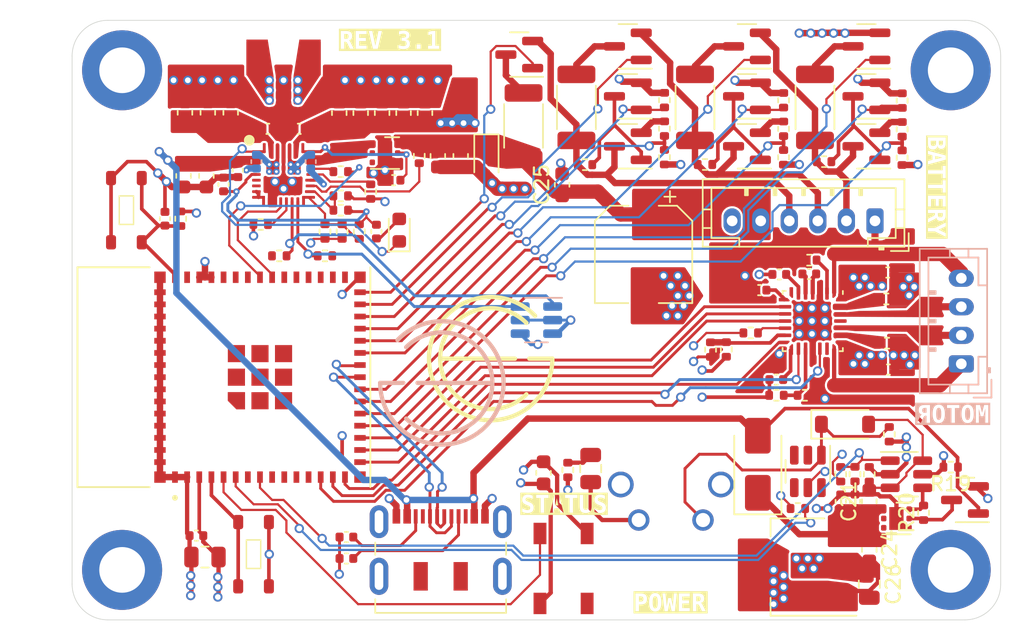
<source format=kicad_pcb>
(kicad_pcb (version 20221018) (generator pcbnew)
  (layers (0 "F.Cu" mixed) (1 "In1.Cu" power) (2 "In2.Cu" power) (31 "B.Cu" signal) (34 "B.Paste" user) (35 "F.Paste" user) (36 "B.SilkS" user "B.Silkscreen") (37 "F.SilkS" user "F.Silkscreen") (38 "B.Mask" user) (39 "F.Mask" user) (44 "Edge.Cuts" user))
  (net 0 "")
  (net 1 "/OUT2A")
  (net 2 "Net-(A1-nEN)")
  (net 3 "GND")
  (net 4 "Net-(A1-CP1)")
  (net 5 "Net-(A1-CP2)")
  (net 6 "/VCP")
  (net 8 "Net-(A1-VREG)")
  (net 9 "/MS1")
  (net 10 "/MS2")
  (net 11 "/MS3")
  (net 12 "Net-(A1-nRESET)")
  (net 13 "/ROSC")
  (net 14 "/MOT_nSLEEP")
  (net 15 "Net-(A1-VDD)")
  (net 16 "/STEP")
  (net 17 "/VREF")
  (net 18 "/DIR")
  (net 20 "/OUT1A")
  (net 21 "/BAT+")
  (net 22 "Net-(A1-SENSE1)")
  (net 23 "/OUT1B")
  (net 25 "/OUT2B")
  (net 26 "Net-(A1-SENSE2)")
  (net 27 "/STAT")
  (net 28 "/VUSB")
  (net 29 "/BTST1")
  (net 30 "/REGN")
  (net 33 "/VAC")
  (net 34 "/QON")
  (net 35 "/CE")
  (net 36 "/SCL")
  (net 37 "/SDA")
  (net 38 "/TS")
  (net 39 "/ILIM_HIZ")
  (net 40 "/BATP")
  (net 41 "/BTST2")
  (net 42 "/PROG")
  (net 43 "/INT")
  (net 44 "/VBAT")
  (net 45 "/SDRV")
  (net 46 "/VSYS")
  (net 47 "/SW2")
  (net 48 "/SW1")
  (net 49 "/PMID")
  (net 50 "/ESP_EN")
  (net 51 "+3.3V")
  (net 52 "/VIN")
  (net 53 "Net-(D1-A)")
  (net 54 "Net-(D2-A)")
  (net 55 "/CNTRL")
  (net 56 "/ADDRS_LED")
  (net 57 "/BC_INT")
  (net 58 "/D-")
  (net 59 "/D+")
  (net 60 "Net-(J1-CC1)")
  (net 62 "Net-(J1-CC2)")
  (net 64 "/BAT_C1")
  (net 65 "Net-(Q1-D)")
  (net 66 "/SHUTDOWN")
  (net 70 "/BAT_C2")
  (net 71 "/BAT_C3")
  (net 72 "/TC")
  (net 73 "/M2")
  (net 74 "Net-(Q2-D)")
  (net 75 "/M3")
  (net 76 "Net-(Q3-D)")
  (net 77 "/M4")
  (net 78 "Net-(Q4-D)")
  (net 79 "Net-(Q5-S)")
  (net 80 "Net-(Q6-S)")
  (net 81 "Net-(Q7-S)")
  (net 82 "/C1")
  (net 83 "Net-(Q8-D)")
  (net 84 "/C2")
  (net 85 "Net-(Q9-D)")
  (net 86 "/C3")
  (net 87 "Net-(Q10-D)")
  (net 88 "/C4")
  (net 89 "Net-(Q11-D)")
  (net 90 "/S2")
  (net 91 "/S3")
  (net 92 "/S4")
  (net 93 "/SW")
  (net 94 "Net-(D4-K)")
  (net 95 "Net-(U2-D2)")
  (net 112 "/ESP_IO0")
  (net 113 "/ESP_RX")
  (net 114 "/ESP_TX")
  (footprint "Lipo_Charger:BQ25792" (layer "F.Cu") (at 132.3 89.8)
    (fp_text reference "BQ25792RQMR1" hide)
    (fp_text value "~")
  )
  (footprint "Capacitor_SMD:C_0603_1608Metric" (layer "F.Cu") (at 128.6 85.475 90)
    (fp_text reference "C10" hide)
    (fp_text value "10u")
  )
  (footprint "Package_SON:WSON-6-1EP_2x2mm_P0.65mm_EP1x1.6mm" (layer "F.Cu") (at 175.2 113.9)
    (fp_text reference "U5" hide)
    (fp_text value "TPS22810DRV")
  )
  (footprint "Resistor_SMD:R_0402_1005Metric" (layer "F.Cu") (at 174.491121 98.517653)
    (fp_text reference "R43" hide)
    (fp_text value "68m")
  )
  (footprint "Capacitor_SMD:C_0402_1005Metric" (layer "F.Cu") (at 136.7 115.2 180)
    (fp_text reference "R4" hide)
    (fp_text value "5.1k")
  )
  (footprint "Resistor_SMD:R_0402_1005Metric" (layer "F.Cu") (at 130.7 93.3 180)
    (fp_text reference "R1" hide)
    (fp_text value "10k")
  )
  (footprint "Resistor_SMD:R_0402_1005Metric" (layer "F.Cu") (at 173.3 110.8 90)
    (fp_text reference "R17" hide)
    (fp_text value "100k")
  )
  (footprint "Package_TO_SOT_SMD:SOT-23" (layer "F.Cu") (at 173.1 80.825 180)
    (fp_text reference "Q11" hide)
    (fp_text value "NChan")
  )
  (footprint "XCVR_ESP32-S3-MINI-1-N8:XCVR_ESP32-S3-MINI-1-N8" (layer "F.Cu") (at 130.65 104 90)
    (fp_text reference "U7" hide)
    (fp_text value "ESP32-S3-MINI-1-N8")
  )
  (footprint "Resistor_SMD:R_0402_1005Metric" (layer "F.Cu") (at 174.7 108 90)
    (fp_text reference "R9" hide)
    (fp_text value "100k")
  )
  (footprint "Diode_SMD:D_SOD-123" (layer "F.Cu") (at 171.6 107.3)
    (fp_text reference "D4" hide)
    (fp_text value "1N4148WQ-13-F")
  )
  (footprint "Capacitor_SMD:C_0603_1608Metric" (layer "F.Cu") (at 150.5 110.7 90)
    (fp_text reference "C6" hide)
    (fp_text value "10u")
  )
  (footprint "Capacitor_SMD:C_0402_1005Metric" (layer "F.Cu") (at 169.1 96.767653 180)
    (fp_text reference "C33" hide)
    (fp_text value "0.1u")
  )
  (footprint "Resistor_SMD:R_0402_1005Metric" (layer "F.Cu") (at 135.2 95.5 180)
    (fp_text reference "R39" hide)
    (fp_text value "10k")
  )
  (footprint "Resistor_SMD:R_0402_1005Metric" (layer "F.Cu") (at 125.1 92.9 -90)
    (fp_text reference "R41" hide)
    (fp_text value "10k")
  )
  (footprint "Resistor_SMD:R_0402_1005Metric" (layer "F.Cu") (at 167.3 88.6 -90)
    (fp_text reference "R30" hide)
    (fp_text value "100k")
  )
  (footprint "Resistor_SMD:R_0402_1005Metric" (layer "F.Cu") (at 136.4 93.8 -90)
    (fp_text reference "R16" hide)
    (fp_text value "10k")
  )
  (footprint "Inductor_SMD:L_Sunlord_MWSA0402S" (layer "F.Cu") (at 132.3 81.6 180)
    (fp_text reference "L1" hide)
    (fp_text value "1u")
  )
  (footprint "Resistor_SMD:R_0402_1005Metric" (layer "F.Cu") (at 161.8 89.1)
    (fp_text reference "R25" hide)
    (fp_text value "100k")
  )
  (footprint "Resistor_SMD:R_0402_1005Metric" (layer "F.Cu") (at 152.2 110.5 90)
    (fp_text reference "R6" hide)
    (fp_text value "5.1k")
  )
  (footprint "Resistor_SMD:R_0402_1005Metric" (layer "F.Cu") (at 153.4 89.1125)
    (fp_text reference "R24" hide)
    (fp_text value "100k")
  )
  (footprint "Package_TO_SOT_SMD:SOT-23" (layer "F.Cu") (at 156.4 87.825 180)
    (fp_text reference "Q5" hide)
    (fp_text value "PChan")
  )
  (footprint "Package_SON:WSON-6-1EP_2x2mm_P0.65mm_EP1x1.6mm" (layer "F.Cu") (at 139.4 88.3)
    (fp_text reference "U1" hide)
    (fp_text value "TPS22810DRV")
  )
  (footprint "LED_SMD:LED_WS2812B_PLCC4_5.0x5.0mm_P3.2mm" (layer "F.Cu") (at 151.9 117.4 90)
    (fp_text reference "D3" hide)
    (fp_text value "WS2812B")
  )
  (footprint "Capacitor_SMD:C_0402_1005Metric" (layer "F.Cu") (at 174.591121 96.667653)
    (fp_text reference "C28" hide)
    (fp_text value "0.1u")
  )
  (footprint "Resistor_SMD:R_2010_5025Metric" (layer "F.Cu") (at 149.1 86.4 90)
    (fp_text reference "R33" hide)
    (fp_text value "400")
  )
  (footprint "Capacitor_SMD:C_0603_1608Metric" (layer "F.Cu") (at 143.1 88.5 -90)
    (fp_text reference "C16" hide)
    (fp_text value "10u")
  )
  (footprint "Capacitor_SMD:C_0603_1608Metric" (layer "F.Cu") (at 144.7 88.5 -90)
    (fp_text reference "C18" hide)
    (fp_text value "10u")
  )
  (footprint "Capacitor_SMD:C_0603_1608Metric" (layer "F.Cu") (at 173.3 116.1 -90)
    (fp_text reference "C24")
    (fp_text value "10u")
  )
  (footprint "Resistor_SMD:R_0402_1005Metric" (layer "F.Cu") (at 170.1375 88.9)
    (fp_text reference "R26" hide)
    (fp_text value "100k")
  )
  (footprint "Capacitor_SMD:C_0805_2012Metric" (layer "F.Cu") (at 153.8 110.4 90)
    (fp_text reference "D2" hide)
    (fp_text value "LED")
  )
  (footprint "Resistor_SMD:R_0402_1005Metric" (layer "F.Cu") (at 137.6 93.8 -90)
    (fp_text reference "R13" hide)
    (fp_text value "5.24k")
  )
  (footprint "Switch:Tactile_5.5mmx2.85mm" (layer "F.Cu") (at 130.2 116.4 -90)
    (fp_text reference "SW3" hide)
    (fp_text value "Boot")
  )
  (footprint "Capacitor_SMD:C_0402_1005Metric" (layer "F.Cu") (at 167 96.8)
    (fp_text reference "C34" hide)
    (fp_text value "0.1u")
  )
  (footprint "Package_TO_SOT_SMD:TSOT-23-6" (layer "F.Cu") (at 169 110.6 -90)
    (fp_text reference "U3" hide)
    (fp_text value "DMG6602SVTQ")
  )
  (footprint "Resistor_SMD:R_0402_1005Metric" (layer "F.Cu") (at 168.3 113.2)
    (fp_text reference "R11" hide)
    (fp_text value "100k")
  )
  (footprint "Resistor_SMD:R_2010_5025Metric" (layer "F.Cu") (at 161.1 85.1 90)
    (fp_text reference "R35" hide)
    (fp_text value "400")
  )
  (footprint "Capacitor_SMD:C_0402_1005Metric" (layer "F.Cu") (at 136.7 116.7 180)
    (fp_text reference "R5" hide)
    (fp_text value "5.1k")
  )
  (footprint "Capacitor_SMD:C_0402_1005Metric" (layer "F.Cu") (at 138.8 93.8 -90)
    (fp_text reference "R3" hide)
    (fp_text value "5.1k")
  )
  (footprint "Resistor_SMD:R_0402_1005Metric" (layer "F.Cu") (at 162.191121 102.067653 -90)
    (fp_text reference "R47" hide)
    (fp_text value "10k")
  )
  (footprint "LED_SMD:LED_0603_1608Metric" (layer "F.Cu") (at 140.4 93.7 90)
    (fp_text reference "D1" hide)
    (fp_text value "LED")
  )
  (footprint "Resistor_SMD:R_0402_1005Metric" (layer "F.Cu") (at 167.3 84.6 90)
    (fp_text reference "R22" hide)
    (fp_text value "100k")
  )
  (footprint "Capacitor_SMD:C_0402_1005Metric" (layer "F.Cu") (at 171.3 112.7 90)
    (fp_text reference "C23" hide)
    (fp_text value "0.1u")
  )
  (footprint "Package_TO_SOT_SMD:SOT-23" (layer "F.Cu") (at 164.7375 80.825 180)
    (fp_text reference "Q10" hide)
    (fp_text value "NChan")
  )
  (footprint "Package_TO_SOT_SMD:SOT-23" (layer "F.Cu") (at 148.8 81.4 180)
    (fp_text reference "Q8" hide)
    (fp_text value "NChan")
  )
  (footprint "Capacitor_SMD:C_0603_1608Metric" (layer "F.Cu") (at 125.3 89.9 -90)
    (fp_text reference "C3" hide)
    (fp_text value "10u")
  )
  (footprint "Resistor_SMD:R_0402_1005Metric" (layer "F.Cu") (at 177.1 113.5 90)
    (fp_text reference "R20")
    (fp_text value "100k")
  )
  (footprint "Resistor_SMD:R_2010_5025Metric" (layer "F.Cu") (at 152.8 85.1 90)
    (fp_text reference "R34" hide)
    (fp_text value "400")
  )
  (footprint "Capacitor_SMD:C_0402_1005Metric" (layer "F.Cu") (at 165.62 97.9)
    (fp_text reference "C32" hide)
    (fp_text value "0.22u")
  )
  (footprint "Resistor_SMD:R_0402_1005Metric" (layer "F.Cu") (at 132 95.5)
    (fp_text reference "R40" hide)
    (fp_text value "10k")
  )
  (footprint "Capacitor_SMD:C_0402_1005Metric" (layer "F.Cu") (at 126.2 115.1 180)
    (fp_text reference "C35" hide)
    (fp_text value "0.1u")
  )
  (footprint "Resistor_SMD:R_0402_1005Metric" (layer "F.Cu") (at 136.3 89.6)
    (fp_text reference "R2" hide)
    (fp_text value "10k")
  )
  (footprint "Package_TO_SOT_SMD:TSOT-23-6" (layer "F.Cu") (at 175.9 110.8)
    (fp_text reference "U2" hide)
    (fp_text value "DMG6602SVTQ")
  )
  (footprint "Resistor_SMD:R_0402_1005Metric" (layer "F.Cu") (at 141.8 88.5 90)
    (fp_text reference "R10" hide)
    (fp_text value "100")
  )
  (footprint "MountingHole:MountingHole_3.2mm_M3_DIN965_Pad_TopBottom" (layer "F.Cu") (at 179 117.5)
    (fp_text reference "H3" hide)
    (fp_text value "MountingHole")
  )
  (footprint "Capacitor_SMD:C_0402_1005Metric" (layer "F.Cu") (at 172.3 112.7 90)
    (fp_text reference "C22" hide)
    (fp_text value "1u")
  )
  (footprint "Resistor_SMD:R_2010_5025Metric" (layer "F.Cu") (at 169.5 85.1 90)
    (fp_text reference "R36" hide)
    (fp_text value "400")
  )
  (footprint "Capacitor_SMD:C_0805_2012Metric" (layer "F.Cu") (at 126.8 116.6 180)
    (fp_text reference "C36" hide)
    (fp_text value "22u")
  )
  (footprint "Capacitor_SMD:C_0402_1005Metric" (layer "F.Cu") (at 128.1 90.5 90)
    (fp_text reference "C9" hide)
    (fp_text value "4.7u")
  )
  (footprint "Package_TO_SOT_SMD:SOT-23" (layer "F.Cu") (at 164.7375 87.825 180)
    (fp_text reference "Q6" hide)
    (fp_text value "PChan")
  )
  (footprint "Button_THT:SW2_1825027-C_TEC" (layer "F.Cu") (at 157.161749 114.007949)
    (fp_text reference "SW2" hide)
    (fp_text value "1825027-8" hide)
  )
  (footprint "Resistor_SMD:R_0402_1005Metric" (layer "F.Cu") (at 138.4 91 -90)
    (fp_text reference "R15" hide)
    (fp_text value "6.04k")
  )
  (footprint "Capacitor_SMD:C_0603_1608Metric" (layer "F.Cu") (at 173.3 112.7 90)
    (fp_text reference "C21")
    (fp_text value "10u")
  )
  (footprint "MountingHole:MountingHole_3.2mm_M3_DIN965_Pad_TopBottom" (layer "F.Cu") (at 179 82.5)
    (fp_text reference "H2" hide)
    (fp_text value "MountingHole")
  )
  (footprint "Resistor_SMD:R_0402_1005Metric" (layer "F.Cu") (at 166.801121 105.267653)
    (fp_text reference "R44" hide)
    (fp_text value "20k")
  )
  (footprint "Capacitor_SMD:C_0603_1608Metric" (layer "F.Cu") (at 126.9 89.9 -90)
    (fp_text reference "C2" hide)
    (fp_text value "10u")
  )
  (footprint "Capacitor_SMD:C_0402_1005Metric" (layer "F.Cu") (at 140 90.2 180)
    (fp_text reference "C14" hide)
    (fp_text value "NP")
  )
  (footprint "Package_TO_SOT_SMD:SOT-23" (layer "F.Cu") (at 156.4 84.325 180)
    (fp_text reference "Q2" hide)
    (fp_text value "NChan")
  )
  (footprint "Capacitor_SMD:C_0603_1608Metric" (layer "F.Cu") (at 142.2 85.5 90)
    (fp_text reference "C19" hide)
    (fp_text value "10u")
  )
  (footprint "Package_TO_SOT_SMD:SOT-23" (layer "F.Cu") (at 173.1 87.825 180)
    (fp_text reference "Q7" hide)
    (fp_text value "PChan")
  )
  (footprint "Capacitor_SMD:C_0603_1608Metric" (layer "F.Cu") (at 140.7 85.5 90)
    (fp_text reference "C13" hide)
    (fp_text value "10u")
  )
  (footprint "Connector_JST:JST_PH_B6B-PH-K_1x06_P2.00mm_Vertical" (layer "F.Cu") (at 173.7 93.05 180)
    (fp_text reference "J3" hide)
    (fp_text value "JST_PH")
  )
  (footprint "Resistor_SMD:R_0402_1005Metric" (layer "F.Cu") (at 158.9625 84.59 90)
    (fp_text reference "R21" hide)
    (fp_text value "100k")
  )
  (footprint "Diode_SMD:D_SOD-323F" (layer "F.Cu") (at 146.5 88.6 -90)
    (fp_text reference "D5" hide)
    (fp_text value "D_Zener")
  )
  (footprint "Resistor_SMD:R_0402_1005Metric" (layer "F.Cu") (at 171.3 110.8 90)
    (fp_text reference "R7" hide)
    (fp_text value "100k")
  )
  (footprint "Package_TO_SOT_SMD:SOT-23" (layer "F.Cu") (at 164.7375 84.325 180)
    (fp_text reference "Q3" hide)
    (fp_text value "NChan")
  )
  (footprint "Package_TO_SOT_SMD:SOT-23" (layer "F.Cu") (at 173.1 84.325 180)
    (fp_text reference "Q4" hide)
    (fp_text value "NChan")
  )
  (footprint "Capacitor_SMD:C_0603_1608Metric" (layer "F.Cu") (at 125.4 85.475 90)
    (fp_text reference "C12" hide)
    (fp_text value "10u")
  )
  (footprint "Capacitor_SMD:C_0603_1608Metric" (layer "F.Cu") (at 137.7 85.5 90)
    (fp_text reference "C15" hide)
    (fp_text value "10u")
  )
  (footprint "Capacitor_SMD:C_0402_1005Metric" (layer "F.Cu") (at 174.641121 103.467653)
    (fp_text reference "C27" hide)
    (fp_text value "0.1u")
  )
  (footprint "MountingHole:MountingHole_3.2mm_M3_DIN965_Pad_TopBottom" (layer "F.Cu") (at 121 82.5)
    (fp_text reference "H1" hide)
    (fp_text value "MountingHole")
  )
  (footprint "Resistor_SMD:R_0402_1005Metric" (layer "F.Cu") (at 158.9625 88.59 -90)
    (fp_text reference "R28" hide)
    (fp_text value "100k")
  )
  (footprint "Capacitor_SMD:C_0603_1608Metric" (layer "F.Cu") (at 151.8 90.52 90)
    (fp_text reference "C25")
    (fp_text value "10u")
  )
  (footprint "Resistor_SMD:R_0402_1005Metric" (layer "F.Cu") (at 174.541121 101.617653)
    (fp_text reference "R42" hide)
    (fp_text value "68m")
  )
  (footprint "Connector_USB:USB_C_Receptacle_JAE_DX07S016JA1R1500" (layer "F.Cu") (at 143.3 116.8)
    (fp_text reference "J1" hide)
    (fp_text value "USB_C_Receptacle_USB2.0" hide)
  )
  (footprint "Resistor_SMD:R_0402_1005Metric" (layer "F.Cu") (at 175.6 86.635 -90)
    (fp_text reference "R31" hide)
    (fp_text value "28k")
  )
  (footprint "Package_TO_SOT_SMD:SOT-23" (layer "F.Cu") (at 156.4 80.825 180)
    (fp_text reference "Q9" hide)
    (fp_text value "NChan")
  )
  (footprint "Resistor_SMD:R_0402_1005Metric" (layer "F.Cu") (at 175.6 84.625 90)
    (fp_text reference "R23" hide)
    (fp_text value "100k")
  )
  (footprint "MountingHole:MountingHole_3.2mm_M3_DIN965_Pad_TopBottom" (layer "F.Cu") (at 121 117.5)
    (fp_text reference "H4" hide)
    (fp_text value "MountingHole")
  )
  (footprint "Capacitor_SMD:C_0402_1005Metric" (layer "F.Cu") (at 131.2 86.6)
    (fp_text reference "C7" hide)
    (fp_text value ".1u")
  )
  (footprint "Package_DFN_QFN:QFN-28_4x4mm_P0.5mm" (layer "F.Cu") (at 169.341121 100.067653 -90)
    (fp_text reference "A1" hide)
    (fp_text value "~")
  )
  (footprint "Capacitor_SMD:C_0402_1005Metric" (layer "F.Cu") (at 166.791121 104.167653)
    (fp_text reference "C31" hide)
    (fp_text value "0.22u")
  )
  (footprint "Capacitor_SMD:CP_Elec_6.3x5.4" (layer "F.Cu") (at 157.5 95.4 -90)
    (fp_text reference "C29" hide)
    (fp_text value "47u")
  )
  (footprint "Resistor_SMD:R_0402_1005Metric" (layer "F.Cu") (at 168.791121 105.267653)
    (fp_text reference "R45" hide)
    (fp_text value "10k")
  )
  (footprint "Package_TO_SOT_SMD:SOT-23" (layer "F.Cu") (at 180 112.6 180)
    (fp_text reference "Q1" hide)
    (fp_text value "2N7002")
  )
  (footprint "Capacitor_SMD:C_0805_2012Metric" (layer "F.Cu") (at 173.3 118.5 -90)
    (fp_text reference "C26")
    (fp_text value "22u")
  )
  (footprint "Capacitor_SMD:C_0603_1608Metric" (layer "F.Cu") (at 127 85.475 90)
    (fp_text reference "C8" hide)
    (fp_text value "10u")
  )
  (footprint "Resistor_SMD:R_0402_1005Metric" (layer "F.Cu") (at 135.2 93.8 -90)
    (fp_text reference "R14" hide)
    (fp_text value "30.31k")
  )
  (footprint "Resistor_SMD:R_0402_1005Metric" (layer "F.Cu") (at 136.3 91.3)
    (fp_text reference "R18" hide)
    (fp_text value "100k")
  )
  (footprint "Capacitor_SMD:C_0402_1005Metric" (layer "F.Cu") (at 124 92.9 90)
    (fp_text reference "C30" hide)
    (fp_text value "1u")
  )
  (footprint "Resistor_SMD:R_0402_1005Metric" (layer "F.Cu") (at 158.9625 86.59 -90)
    (fp_text reference "R27" hide)
    (fp_text value "282k")
  )
  (footprint "Resistor_SMD:R_0402_1005Metric" (layer "F.Cu") (at 163.291121 102.057653 90)
    (fp_text reference "R46" hide)
    (fp_text value "NP")
  )
  (footprint "Resistor_SMD:R_0402_1005Metric" (layer "F.Cu") (at 179 110.3 180)
    (fp_text reference "R19")
    (fp_text value "100k")
  )
  (footprint "Switch:Tactile_5.5mmx2.85mm" (layer "F.Cu") (at 121.3 92.3 90)
    (fp_text reference "SW1" hide)
    (fp_text value "Reset")
  )
  (footprint "Package_TO_SOT_SMD:SOT-223" (layer "F.Cu") (at 168.3 117.3 180)
    (fp_text reference "U6" hide)
    (fp_text value "AZ1117-3.3")
  )
  (footprint "Resistor_SMD:R_0402_1005Metric" (layer "F.Cu") (at 175.6 88.625 -90)
    (fp_text reference "R32" hide)
    (fp_text value "100k")
  )
  (footprint "Capacitor_SMD:C_0402_1005Metric" (layer "F.Cu") (at 129.1 89.5 -90)
    (fp_text reference "C1" hide)
    (fp_text value "0.1u")
  )
  (footprint "Resistor_SMD:R_0402_1005Metric" (layer "F.Cu") (at 169.1 95.8 180)
    (fp_text reference "R37" hide)
    (fp_text value "100k")
  )
  (footprint "Diode_SMD:D_SMA" (layer "F.Cu") (at 165.5 110.1 90)
    (fp_text reference "D6" hide)
    (fp_text value "EVVO SS16")
  )
  (footprint "Resistor_SMD:R_0402_1005Metric" (layer "F.Cu") (at 172.3 110.79 -90)
    (fp_text reference "R8" hide)
    (fp_text value "1M")
  )
  (footprint "Capacitor_SMD:C_0603_1608Metric" (layer "F.Cu") (at 136.2 85.5 90)
    (fp_text reference "C17" hide)
    (fp_text value "10u")
  )
  (footprint "Resistor_SMD:R_0402_1005Metric" (layer "F.Cu") (at 167.3 86.6 -90)
    (fp_text reference "R29" hide)
    (fp_text value "155k")
  )
  (footprint "Capacitor_SMD:C_0402_1005Metric" (layer "F.Cu") (at 133.4 86.6 180)
    (fp_text reference "C11" hide)
    (fp_text value "0.1u")
  )
  (footprint "Capacitor_SMD:C_0603_1608Metric" (layer "F.Cu") (at 139.2 85.5 90)
    (fp_text reference "C20" hide)
    (fp_text value "10u")
  )
  (footprint "Resistor_SMD:R_0402_1005Metric" (layer "F.Cu") (at 136.3 92.3)
    (fp_text reference "R12" hide)
    (fp_text value "127k")
  )
  (footprint "Resistor_SMD:R_0402_1005Metric" (layer "F.Cu") (at 165 100.9)
    (fp_text reference "R38" hide)
    (fp_text value "100k")
  )
  (footprint "Connector_JST:JST_PH_B4B-PH-K_1x04_P2.00mm_Vertical" (layer "B.Cu") (at 179.741121 103.067653 90)
    (fp_text reference "J4" hide)
    (fp_text value "Conn_01x04")
  )
  (footprint "Package_TO_SOT_SMD:SOT-23-6" (layer "B.Cu") (at 150 100 180)
    (fp_text reference "U4" hide)
    (fp_text value "TLV493DA1B6HTSA2" hide)
  )
  (footprint "Capacitor_SMD:C_0402_1005Metric" (layer "B.Cu") (at 134.2 88.9 -90)
    (fp_text reference "C5" hide)
    (fp_text value "47n")
  )
  (footprint "Capacitor_SMD:C_0402_1005Metric" (layer "B.Cu") (at 130.4 88.9 90)
    (fp_text reference "C4" hide)
    (fp_text value "47n")
  )
  (gr_line (start 140.682234 104.4) (end 139.063101 104.399999) (stroke (width 0.3)) (layer "B.SilkS"))
  (gr_arc (start 140.882234 101.9) (mid 146.917773 104.400001) (end 140.882234 106.899998) (stroke (width 0.3)) (layer "B.SilkS"))
  (gr_line (start 146.917765 104.399999) (end 141.682234 104.4) (stroke (width 0.3)) (layer "B.SilkS"))
  (gr_arc (start 140.274999 101.399999) (mid 147.387008 106.017768) (end 139.063101 104.399999) (stroke (width 0.3)) (layer "B.SilkS"))
  (gr_line (start 148.5 102.7) (end 143.264469 102.699999) (stroke (width 0.3)) (layer "F.SilkS"))
  (gr_line (start 151.119133 102.699999) (end 149.5 102.7) (stroke (width 0.3)) (layer "F.SilkS"))
  (gr_circle (center 129.9 87.4) (end 130.216228 87.4) (stroke (width 0.12)) (fill solid) (layer "F.SilkS"))
  (gr_arc (start 149.3 105.199998) (mid 143.264411 102.700001) (end 149.3 100.2) (stroke (width 0.3)) (layer "F.SilkS"))
  (gr_arc (start 151.119133 102.699999) (mid 142.795218 104.317771) (end 149.907235 99.699999) (stroke (width 0.3)) (layer "F.SilkS"))
  (gr_arc (start 120 121) (mid 118.232233 120.267767) (end 117.5 118.5) (stroke (width 0.05)) (layer "Edge.Cuts"))
  (gr_arc (start 182.5 118.5) (mid 181.767767 120.267767) (end 180 121) (stroke (width 0.05)) (layer "Edge.Cuts"))
  (gr_arc (start 117.5 81.5) (mid 118.232233 79.732233) (end 120 79) (stroke (width 0.05)) (layer "Edge.Cuts"))
  (gr_arc (start 180 79) (mid 181.767767 79.732233) (end 182.5 81.5) (stroke (width 0.05)) (layer "Edge.Cuts"))
  (gr_line (start 180 121) (end 120 121) (stroke (width 0.05)) (layer "Edge.Cuts"))
  (gr_line (start 117.5 118.5) (end 117.5 81.5) (stroke (width 0.05)) (layer "Edge.Cuts"))
  (gr_line (start 182.5 81.5) (end 182.5 118.5) (stroke (width 0.05)) (layer "Edge.Cuts"))
  (gr_line (start 120 79) (end 180 79) (stroke (width 0.05)) (layer "Edge.Cuts"))
  (gr_text "MOTOR\n" (at 181.7 107.4) (layer "B.SilkS" knockout) (effects (font (size 1.22 1.2) (thickness 0.24) bold) (justify left bottom mirror)))
  (gr_text "REV 3.1\n" (at 136.2 81.2) (layer "F.SilkS" knockout) (effects (font (size 1.22 1.2) (thickness 0.24) bold) (justify left bottom)))
  (gr_text "STATUS\n" (at 148.9 113.7) (layer "F.SilkS" knockout) (effects (font (size 1.22 1.2) (thickness 0.24) bold) (justify left bottom)))
  (gr_text "POWER\n" (at 156.8 120.6) (layer "F.SilkS" knockout) (effects (font (size 1.22 1.2) (thickness 0.24) bold) (justify left bottom)))
  (gr_text "BATTERY\n" (at 177.2 87.1 -90) (layer "F.SilkS" knockout) (effects (font (size 1.22 1.2) (thickness 0.24) bold) (justify left bottom)))
  (segment (start 170.341121 96.531121) (end 170.341121 98.130153) (width 0.254) (layer "F.Cu") (net 2))
  (segment (start 169.61 95.8) (end 170.341121 96.531121) (width 0.254) (layer "F.Cu") (net 2))
  (segment (start 170.20165 110.608828) (end 169.883013 110.608828) (width 0.154) (layer "F.Cu") (net 3))
  (segment (start 158.9625 89.1) (end 160.1 89.1) (width 0.45) (layer "F.Cu") (net 3))
  (segment (start 178.52 109.52) (end 178.5 109.5) (width 0.3) (layer "F.Cu") (net 3))
  (segment (start 140.2 113.75) (end 140.2 113) (width 0.45) (layer "F.Cu") (net 3))
  (segment (start 124 90.4) (end 124.1 90.3) (width 0.254) (layer "F.Cu") (net 3))
  (segment (start 171.3 112.22) (end 170.4 113.12) (width 0.3) (layer "F.Cu") (net 3))
  (segment (start 153.8 113.2) (end 154.607949 114.007949) (width 0.3) (layer "F.Cu") (net 3))
  (segment (start 125.55 114.93) (end 125.55 111) (width 0.3) (layer "F.Cu") (net 3))
  (segment (start 175.6 84.115) (end 174.7775 84.115) (width 0.45) (layer "F.Cu") (net 3))
  (segment (start 172.3 111.3) (end 172.3 112.22) (width 0.3) (layer "F.Cu") (net 3))
  (segment (start 174.75 112.35) (end 174.063604 112.35) (width 0.3) (layer "F.Cu") (net 3))
  (segment (start 131.275 116.375) (end 131.3 116.4) (width 0.254) (layer "F.Cu") (net 3))
  (segment (start 135.2 94.31) (end 134.39 94.31) (width 0.154) (layer "F.Cu") (net 3))
  (segment (start 170 79.9) (end 169.2 79.9) (width 0.45) (layer "F.Cu") (net 3))
  (segment (start 173.91 117.19) (end 173.91 118.37) (width 0.3) (layer "F.Cu") (net 3))
  (segment (start 131.3 116.4) (end 131.275 116.425) (width 0.254) (layer "F.Cu") (net 3))
  (segment (start 151.8 90.04) (end 151.8 89.1) (width 0.45) (layer "F.Cu") (net 3))
  (segment (start 145.762437 89.275) (end 143.3 89.275) (width 1) (layer "F.Cu") (net 3))
  (segment (start 130.19 94.09) (end 130.19 93.3) (width 0.254) (layer "F.Cu") (net 3))
  (segment (start 156.4 83.3) (end 156 83.3) (width 0.45) (layer "F.Cu") (net 3))
  (segment (start 150.5 109.925) (end 151.45 110.875) (width 0.3) (layer "F.Cu") (net 3))
  (segment (start 169 111.491841) (end 169 111.7375) (width 0.154) (layer "F.Cu") (net 3))
  (segment (start 125.85 119.25) (end 125.8 119.3) (width 0.3) (layer "F.Cu") (net 3))
  (segment (start 156 83.3) (end 155.8 83.1) (width 0.45) (layer "F.Cu") (net 3))
  (segment (start 175.2 113.9) (end 175.2 112.8) (width 0.3) (layer "F.Cu") (net 3))
  (segment (start 172.07 118.98) (end 171.45 119.6) (width 0.3) (layer "F.Cu") (net 3))
  (segment (start 136.91 91.2) (end 137.22 91.51) (width 0.2032) (layer "F.Cu") (net 3))
  (segment (start 136.22 115.2) (end 136.22 116.7) (width 0.2032) (layer "F.Cu") (net 3))
  (segment (start 146.4 113) (end 146.9 112.5) (width 0.45) (layer "F.Cu") (net 3))
  (segment (start 153.8 111.35) (end 153.8 113.2) (width 0.3) (layer "F.Cu") (net 3))
  (segment (start 168.39 89.11) (end 168.4 89.1) (width 0.45) (layer "F.Cu") (net 3))
  (segment (start 120.225 94.55) (end 120.225 90.05) (width 0.254) (layer "F.Cu") (net 3))
  (segment (start 146.9 90.412563) (end 146.9 90.4) (width 1) (layer "F.Cu") (net 3))
  (segment (start 167.3 84.09) (end 166.39 84.09) (width 0.45) (layer "F.Cu") (net 3))
  (segment (start 180.9375 111.65) (end 180.9375 111.8375) (width 0.3) (layer "F.Cu") (net 3))
  (segment (start 136.22 117.78) (end 136.2 117.8) (width 0.2032) (layer "F.Cu") (net 3))
  (segment (start 166.39 84.09) (end 165.675 83.375) (width 0.45) (layer "F.Cu") (net 3))
  (segment (start 172.3 112.22) (end 171.3 112.22) (width 0.3) (layer "F.Cu") (net 3))
  (segment (start 161.322347 102.577653) (end 162.191121 102.577653) (width 0.2032) (layer "F.Cu") (net 3))
  (segment (start 176.0875 114.55) (end 175.85 114.55) (width 0.3) (layer "F.Cu") (net 3))
  (segment (start 178.52 110.3) (end 178.52 109.52) (width 0.3) (layer "F.Cu") (net 3))
  (segment (start 128.1 90.02) (end 127.555 90.02) (width 0.45) (layer "F.Cu") (net 3))
  (segment (start 129.1 89.98) (end 128.14 89.98) (width 0.45) (layer "F.Cu") (net 3))
  (segment (start 171.625 79.875) (end 174.0375 79.875) (width 0.45) (layer "F.Cu") (net 3))
  (segment (start 170.8 79.9) (end 170.825 79.875) (width 0.45) (layer "F.Cu") (net 3))
  (segment (start 173.3 112.22) (end 172.3 112.22) (width 0.3) (layer "F.Cu") (net 3))
  (segment (start 151.45 112.85) (end 153.55 114.95) (width 0.3) (layer "F.Cu") (net 3))
  (segment (start 127.25 97) (end 126.8 97) (width 0.45) (layer "F.Cu") (net 3))
  (segment (start 130.2 94.1) (end 130.19 94.09) (width 0.254) (layer "F.Cu") (net 3))
  (segment (start 167.3 89.11) (end 168.39 89.11) (width 0.45) (layer "F.Cu") (net 3))
  (segment (start 125.8 118.6) (end 125.85 118.65) (width 0.3) (layer "F.Cu") (net 3))
  (segment (start 165.675 83.375) (end 164.075 83.375) (width 0.45) (layer "F.Cu") (net 3))
  (segment (start 125.85 118.65) (end 125.85 119.25) (width 0.3) (layer "F.Cu") (net 3))
  (segment (start 158.9625 84.08) (end 158.0425 84.08) (width 0.45) (layer "F.Cu") (net 3))
  (segment (start 170.825 79.875) (end 171.575 79.875) (width 0.45) (layer "F.Cu") (net 3))
  (segment (start 136.22 116.7) (end 136.22 117.78) (width 0.2032) (layer "F.Cu") (net 3))
  (segment (start 131.275 114.15) (end 131.275 116.375) (width 0.254) (layer "F.Cu") (net 3))
  (segment (start 146.887437 90.4) (end 145.762437 89.275) (width 1) (layer "F.Cu") (net 3))
  (segment (start 137.22 91.51) (end 138.4 91.51) (width 0.2032) (layer "F.Cu") (net 3))
  (segment (start 147.287437 90.8) (end 146.9 90.412563) (width 1) (layer "F.Cu") (net 3))
  (segment (start 134.39 94.31) (end 134.2 94.6) (width 0.154) (layer "F.Cu") (net 3))
  (segment (start 169.883013 110.608828) (end 169 111.491841) (width 0.154) (layer "F.Cu") (net 3))
  (segment (start 175.2 112.8) (end 174.75 112.35) (width 0.3) (layer "F.Cu") (net 3))
  (segment (start 174.063604 112.35) (end 173.913604 112.2) (width 0.3) (layer "F.Cu") (net 3))
  (segment (start 125.8 117.9) (end 125.85 117.95) (width 0.3) (layer "F.Cu") (net 3))
  (segment (start 149.675 109.925) (end 149.1 110.5) (width 0.3) (layer "F.Cu") (net 3))
  (segment (start 124.475 90.675) (end 124.1 90.3) (width 0.45) (layer "F.Cu") (net 3))
  (segment (start 125.85 116.6) (end 125.85 117.85) (width 0.3) (layer "F.Cu") (net 3))
  (segment (start 170.32 113.2) (end 169.6 113.2) (width 0.3) (layer "F.Cu") (net 3))
  (segment (start 170.775 79.875) (end 170.8 79.9) (width 0.45) (layer "F.Cu") (net 3))
  (segment (start 125.3 90.675) (end 124.475 90.675) (width 0.45) (layer "F.Cu") (net 3))
  (segment (start 124.1 90.3) (end 123.5 89.7) (width 0.45) (layer "F.Cu") (net 3))
  (segment (start 157.2625 83.3) (end 156.4 83.3) (width 0.45) (layer "F.Cu") (net 3))
  (segment (start 173.32 112.2) (end 173.3 112.22) (width 0.3) (layer "F.Cu") (net 3))
  (segment (start 147.6 90.8) (end 147.287437 90.8) (width 1) (layer "F.Cu") (net 3))
  (segment (start 148.4 90.8) (end 147.6 90.8) (width 1) (layer "F.Cu") (net 3))
  (segment (start 170.125 79.875) (end 170.775 79.875) (width 0.45) (layer "F.Cu") (net 3))
  (segment (start 126.9 90.675) (end 125.3 90.675) (width 0.45) (layer "F.Cu") (net 3))
  (segment (start 125.72 115.1) (end 125.55 114.93) (width 0.3) (layer "F.Cu") (net 3))
  (segment (start 149.2 90.8) (end 148.4 90.8) (width 1) (layer "F.Cu") (net 3))
  (segment (start 174.0375 83.375) (end 172.775 83.375) (width 0.45) (layer "F.Cu") (net 3))
  (segment (start 170.1 79.9) (end 170 79.9) (width 0.45) (layer "F.Cu") (net 3))
  (segment (start 125.85 117.95) (end 125.85 118.55) (width 0.3) (layer "F.Cu") (net 3))
  (segment (start 131.275 116.425) (end 131.275 118.65) (width 0.254) (layer "F.Cu") (net 3))
  (segment (start 123.65 111) (end 125.55 111) (width 0.45) (layer "F.Cu") (net 3))
  (segment (start 169.2 79.9) (end 168.4 79.9) (width 0.45) (layer "F.Cu") (net 3))
  (segment (start 175.85 114.55) (end 175.2 113.9) (width 0.3) (layer "F.Cu") (net 3))
  (segment (start 120.225 90.05) (end 121.375 88.9) (width 0.254) (layer "F.Cu") (net 3))
  (segment (start 176.665 89.135) (end 176.7 89.1) (width 0.45) (layer "F.Cu") (net 3))
  (segment (start 125.85 118.55) (end 125.8 118.6) (width 0.3) (layer "F.Cu") (net 3))
  (segment (start 157.3375 83.375) (end 157.2625 83.3) (width 0.45) (layer "F.Cu") (net 3))
  (segment (start 128.14 89.98) (end 128.1 90.02) (width 0.45) (layer "F.Cu") (net 3))
  (segment (start 125.72 116.47) (end 125.85 116.6) (width 0.3) (layer "F.Cu") (net 3))
  (segment (start 175.6 89.135) (end 176.665 89.135) (width 0.45) (layer "F.Cu") (net 3))
  (segment (start 126.8 97) (end 126.8 95.9) (width 0.45) (layer "F.Cu") (net 3))
  (segment (start 123.65 97) (end 123.65 111) (width 0.45) (layer "F.Cu") (net 3))
  (segment (start 158.0425 84.08) (end 157.3375 83.375) (width 0.45) (layer "F.Cu") (net 3))
  (segment (start 150.5 109.925) (end 149.675 109.925) (width 0.3) (layer "F.Cu") (net 3))
  (segment (start 174.7775 84.115) (end 174.0375 83.375) (width 0.45) (layer "F.Cu") (net 3))
  (segment (start 170.125 79.875) (end 170.1 79.9) (width 0.45) (layer "F.Cu") (net 3))
  (segment (start 178.02 110.8) (end 178.52 110.3) (width 0.3) (layer "F.Cu") (net 3))
  (segment (start 154.607949 114.007949) (end 157.161749 114.007949) (width 0.3) (layer "F.Cu") (net 3))
  (segment (start 137.65 111) (end 137.6 111) (width 0.254) (layer "F.Cu") (net 3))
  (segment (start 126.8 97) (end 126.4 97) (width 0.45) (layer "F.Cu") (net 3))
  (segment (start 135.2 94.31) (end 136.4 94.31) (width 0.154) (layer "F.Cu") (net 3))
  (segment (start 127.555 90.02) (end 126.9 90.675) (width 0.45) (layer "F.Cu") (net 3))
  (segment (start 125.72 115.1) (end 125.72 116.47) (width 0.3) (layer "F.Cu") (net 3))
  (segment (start 138.4 91.51) (end 139.21 91.51) (width 0.2032) (layer "F.Cu") (net 3))
  (segment (start 146.9 90.4) (end 146.887437 90.4) (width 1) (layer "F.Cu") (net 3))
  (segment (start 146.4 113.75) (end 146.4 113) (width 0.45) (layer "F.Cu") (net 3))
  (segment (start 124 92.42) (end 124 90.4) (width 0.254) (layer "F.Cu") (net 3))
  (segment (start 136.4 109.8) (end 136.4 108.1) (width 0.254) (layer "F.Cu") (net 3))
  (segment (start 151.8 89.1) (end 151.7 89) (width 0.45) (layer "F.Cu") (net 3))
  (segment (start 122.7 88.9) (end 123.5 89.7) (width 0.254) (layer "F.Cu") (net 3))
  (segment (start 172.775 83.375) (end 172.5 83.1) (width 0.45) (layer "F.Cu") (net 3))
  (segment (start 139.21 91.51) (end 139.4 91.7) (width 0.2032) (layer "F.Cu") (net 3))
  (segment (start 171.6 79.9) (end 171.625 79.875) (width 0.45) (layer "F.Cu") (net 3))
  (segment (start 164.075 83.375) (end 163.9 83.2) (width 0.45) (layer "F.Cu") (net 3))
  (segment (start 121.375 88.9) (end 122.7 88.9) (width 0.254) (layer "F.Cu") (net 3))
  (segment (start 125.85 117.85) (end 125.8 117.9) (width 0.3) (layer "F.Cu") (net 3))
  (segment (start 161 102.9) (end 161.322347 102.577653) (width 0.2032) (layer "F.Cu") (net 3))
  (segment (start 137.6 97) (end 136.4 98.2) (width 0.254) (layer "F.Cu") (net 3))
  (segment (start 171.575 79.875) (end 171.6 79.9) (width 0.45) (layer "F.Cu") (net 3))
  (segment (start 173.913604 112.2) (end 173.32 112.2) (width 0.3) (layer "F.Cu") (net 3))
  (segment (start 137.6 111) (end 136.4 109.8) (width 0.254) (layer "F.Cu") (net 3))
  (segment (start 173.3 116.58) (end 173.91 117.19) (width 0.3) (layer "F.Cu") (net 3))
  (segment (start 173.91 118.37) (end 173.3 118.98) (width 0.3) (layer "F.Cu") (net 3))
  (segment (start 151.45 110.875) (end 151.45 112.85) (width 0.3) (layer "F.Cu") (net 3))
  (segment (start 180.9375 111.8375) (end 181.6 112.5) (width 0.3) (layer "F.Cu") (net 3))
  (segment (start 140.2 113) (end 139.7 112.5) (width 0.45) (layer "F.Cu") (net 3))
  (segment (start 177.0375 110.8) (end 178.02 110.8) (width 0.3) (layer "F.Cu") (net 3))
  (segment (start 173.3 118.98) (end 172.07 118.98) (width 0.3) (layer "F.Cu") (net 3))
  (segment (start 137.65 97) (end 137.6 97) (width 0.254) (layer "F.Cu") (net 3))
  (via (at 170.191121 100.067653) (size 0.65) (drill 0.4) (layers "F.Cu" "B.Cu") (net 3))
  (via (at 132.9 90.3) (size 0.65) (drill 0.4) (layers "F.Cu" "B.Cu") (net 3))
  (via (at 170.4 113.2) (size 0.65) (drill 0.4) (layers "F.Cu" "B.Cu") (net 3))
  (via (at 160.4 97.6) (size 0.65) (drill 0.4) (layers "F.Cu" "B.Cu") (net 3))
  (via (at 178.5 109.5) (size 0.65) (drill 0.4) (layers "F.Cu" "B.Cu") (net 3))
  (via (at 175.741121 102.467653) (size 0.65) (drill 0.4) (layers "F.Cu" "B.Cu") (net 3))
  (via (at 125.8 119.3) (size 0.65) (drill 0.4) (layers "F.Cu" "B.Cu") (net 3))
  (via (at 130.2 94.1) (size 0.65) (drill 0.4) (layers "F.Cu" "B.Cu") (net 3))
  (via (at 166.6 119.9) (size 0.65) (drill 0.4) (layers "F.Cu" "B.Cu") (net 3))
  (via (at 167.009504 102.367653) (size 0.65) (drill 0.4) (layers "F.Cu" "B.Cu") (net 3))
  (via (at 166.6 118.3) (size 0.65) (drill 0.4) (layers "F.Cu" "B.Cu") (net 3))
  (via (at 123.5 89.7) (size 0.65) (drill 0.4) (layers "F.Cu" "B.Cu") (net 3))
  (via (at 176.491121 102.467653) (size 0.65) (drill 0.4) (layers "F.Cu" "B.Cu") (net 3))
  (via (at 172.5 83.1) (size 0.65) (drill 0.4) (layers "F.Cu" "B.Cu") (net 3))
  (via (at 169.291121 99.167653) (size 0.65) (drill 0.4) (layers "F.Cu" "B.Cu") (net 3))
  (via (at 170.8 79.9) (size 0.65) (drill 0.4) (layers "F.Cu" "B.Cu") (net 3))
  (via (at 176.7 89.1) (size 0.65) (drill 0.4) (layers "F.Cu" "B.Cu") (net 3))
  (via (at 132.3 90.8) (size 0.65) (drill 0.4) (layers "F.Cu" "B.Cu") (net 3))
  (via (at 164.6 96.9) (size 0.65) (drill 0.4) (layers "F.Cu" "B.Cu") (net 3))
  (via (at 169.6 113.2) (size 0.65) (drill 0.4) (layers "F.Cu" "B.Cu") (net 3))
  (via (at 152.4 100) (size 0.65) (drill 0.4) (layers "F.Cu" "B.Cu") (net 3))
  (via (at 125.8 118.6) (size 0.65) (drill 0.4) (layers "F.Cu" "B.Cu") (net 3))
  (via (at 141.9035 83.2) (size 0.65) (drill 0.4) (layers "F.Cu" "B.Cu") (net 3))
  (via (at 147.6 90.8) (size 0.65) (drill 0.4) (layers "F.Cu" "B.Cu") (net 3))
  (via (at 139.8 83.2) (size 0.65) (drill 0.4) (layers "F.Cu" "B.Cu") (net 3))
  (via (at 126.8 95.9) (size 0.65) (drill 0.4) (layers "F.Cu" "B.Cu") (net 3))
  (via (at 134.2 94.6) (size 0.65) (drill 0.4) (layers "F.Cu" "B.Cu") (net 3))
  (via (at 170.2 105.5) (size 0.65) (drill 0.4) (layers "F.Cu" "B.Cu") (net 3))
  (via (at 174.991121 102.467653) (size 0.65) (drill 0.4) (layers "F.Cu" "B.Cu") (net 3))
  (via (at 176.141121 103.117653) (size 0.65) (drill 0.4) (layers "F.Cu" "B.Cu") (net 3))
  (via (at 124.6 83.2) (size 0.65) (drill 0.4) (layers "F.Cu" "B.Cu") (net 3))
  (via (at 168.391121 100.067653) (size 0.65) (drill 0.4) (layers "F.Cu" "B.Cu") (net 3))
  (via (at 159.4 97.6) (size 0.65) (drill 0.4) (layers "F.Cu" "B.Cu") (net 3))
  (via (at 169.2 79.9) (size 0.65) (drill 0.4) (layers "F.Cu" "B.Cu") (net 3))
  (via (at 167.3 119.5) (size 0.65) (drill 0.4) (layers "F.Cu" "B.Cu") (net 3))
  (via (at 159.9 98.3) (size 0.65) (drill 0.4) (layers "F.Cu" "B.Cu") (net 3))
  (via (at 176.441121 97.667653) (size 0.65) (drill 0.4) (layers "F.Cu" "B.Cu") (net 3))
  (via (at 160.1 89.1) (size 0.65) (drill 0.4) (layers "F.Cu" "B.Cu") (net 3))
  (via (at 127.7 83.2) (size 0.65) (drill 0.4) (layers "F.Cu" "B.Cu") (net 3))
  (via (at 169.291121 100.067653) (size 0.65) (drill 0.4) (layers "F.Cu" "B.Cu") (net 3))
  (via (at 143.1 83.2) (size 0.65) (drill 0.4) (layers "F.Cu" "B.Cu") (net 3))
  (via (at 131.3 116.4) (size 0.65) (drill 0.4) (layers "F.Cu" "B.Cu") (net 3))
  (via (at 124.1 90.3) (size 0.65) (drill 0.4) (layers "F.Cu" "B.Cu") (net 3))
  (via (at 168.4 79.9) (size 0.65) (drill 0.4) (layers "F.Cu" "B.Cu") (net 3))
  (via (at 139.4 91.7) (size 0.65) (drill 0.4) (layers "F.Cu" "B.Cu") (net 3))
  (via (at 170.20165 110.608828) (size 0.65) (drill 0.4) (layers "F.Cu" "B.Cu") (net 3))
  (via (at 161 102.9) (size 0.65) (drill 0.4) (layers "F.Cu" "B.Cu") (net 3))
  (via (at 166.6 119.1) (size 0.65) (drill 0.4) (layers "F.Cu" "B.Cu") (net 3))
  (via (at 151.7 89) (size 0.65) (drill 0.4) (layers "F.Cu" "B.Cu") (net 3))
  (via (at 148.4 90.8) (size 0.65) (drill 0.4) (layers "F.Cu" "B.Cu") (net 3))
  (via (at 168.391121 100.967653) (size 0.65) (drill 0.4) (layers "F.Cu" "B.Cu") (net 3))
  (via (at 155.8 83.1) (size 0.65) (drill 0.4) (layers "F.Cu" "B.Cu") (net 3))
  (via (at 159.1 99.7) (size 0.65) (drill 0.4) (layers "F.Cu" "B.Cu") (net 3))
  (via (at 171.6 79.9) (size 0.65) (drill 0.4) (layers "F.Cu" "B.Cu") (net 3))
  (via (at 146.9 90.4) (size 0.65) (drill 0.4) (layers "F.Cu" "B.Cu") (net 3))
  (via (at 170 79.9) (size 0.65) (drill 0.4) (layers "F.Cu" "B.Cu") (net 3))
  (via (at 149.2 90.8) (size 0.65) (drill 0.4) (layers "F.Cu" "B.Cu") (net 3))
  (via (at 136.4 98.2) (size 0.65) (drill 0.4) (layers "F.Cu" "B.Cu") (net 3))
  (via (at 168.391121 99.167653) (size 0.65) (drill 0.4) (layers "F.Cu" "B.Cu") (net 3))
  (via (at 136.2 117.8) (size 0.65) (drill 0.4) (layers "F.Cu" "B.Cu") (net 3))
  (via (at 126.6 83.2) (size 0.65) (drill 0.4) (layers "F.Cu" "B.Cu") (net 3))
  (via (at 167.3 117.9) (size 0.65) (drill 0.4) (layers "F.Cu" "B.Cu") (net 3))
  (via (at 160.7 98.3) (size 0.65) (drill 0.4) (layers "F.Cu" "B.Cu") (net 3))
  (via (at 170.191121 100.967653) (size 0.65) (drill 0.4) (layers "F.Cu" "B.Cu") (net 3))
  (via (at 139.7 112.5) (size 0.65) (drill 0.4) (layers "F.Cu" "B.Cu") (net 3))
  (via (at 125.6 83.2) (size 0.65) (drill 0.4) (layers "F.Cu" "B.Cu") (net 3))
  (via (at 128.8 83.2) (size 0.65) (drill 0.4) (layers "F.Cu" "B.Cu") (net 3))
  (via (at 176.091121 98.267653) (size 0.65) (drill 0.4) (layers "F.Cu" "B.Cu") (net 3))
  (via (at 149.1 110.5) (size 0.65) (drill 0.4) (layers "F.Cu" "B.Cu") (net 3))
  (via (at 168.4 89.1) (size 0.65) (drill 0.4) (layers "F.Cu" "B.Cu") (net 3))
  (via (at 170.191121 99.167653) (size 0.65) (drill 0.4) (layers "F.Cu" "B.Cu") (net 3))
  (via (at 125.8 117.9) (size 0.65) (drill 0.4) (layers "F.Cu" "B.Cu") (net 3))
  (via (at 163.9 83.2) (size 0.65) (drill 0.4) (layers "F.Cu" "B.Cu") (net 3))
  (via (at 136.4 108.1) (size 0.65) (drill 0.4) (layers "F.Cu" "B.Cu") (net 3))
  (via (at 159.5 99) (size 0.65) (drill 0.4) (layers "F.Cu" "B.Cu") (net 3))
  (via (at 158.9 96.9) (size 0.65) (drill 0.4) (layers "F.Cu" "B.Cu") (net 3))
  (via (at 138.6 89.7) (size 0.65) (drill 0.4) (layers "F.Cu" "B.Cu") (net 3))
  (via (at 136.6 83.2) (size 0.65) (drill 0.4) (layers "F.Cu" "B.Cu") (net 3))
  (via (at 166.6 117.5) (size 0.65) (drill 0.4) (layers "F.Cu" "B.Cu") (net 3))
  (via (at 169.291121 100.967653) (size 0.65) (drill 0.4) (layers "F.Cu" "B.Cu") (net 3))
  (via (at 131.7 90.3) (size 0.65) (drill 0.4) (layers "F.Cu" "B.Cu") (net 3))
  (via (at 139.4 89.5) (size 0.65) (drill 0.4) (layers "F.Cu" "B.Cu") (net 3))
  (via (at 167.3 118.7) (size 0.65) (drill 0.4) (layers "F.Cu" "B.Cu") (net 3))
  (via (at 160.3 99) (size 0.65) (drill 0.4) (layers "F.Cu" "B.Cu") (net 3))
  (via (at 176.091121 97.067653) (size 0.65) (drill 0.4) (layers "F.Cu" "B.Cu") (net 3))
  (via (at 159.9 99.7) (size 0.65) (drill 0.4) (layers "F.Cu" "B.Cu") (net 3))
  (via (at 175.691121 97.667653) (size 0.65) (drill 0.4) (layers "F.Cu" "B.Cu") (net 3))
  (via (at 159.9 96.9) (size 0.65) (drill 0.4) (layers "F.Cu" "B.Cu") (net 3))
  (via (at 146.9 112.5) (size 0.65) (drill 0.4) (layers "F.Cu" "B.Cu") (net 3))
  (via (at 181.6 112.5) (size 0.65) (drill 0.4) (layers "F.Cu" "B.Cu") (net 3))
  (via (at 132.3 83.2) (size 0.65) (drill 0.4) (layers "F.Cu" "B.Cu") (net 3))
  (via (at 137.7 83.2) (size 0.65) (drill 0.4) (layers "F.Cu" "B.Cu") (net 3))
  (via (at 140.8005 83.2) (size 0.65) (drill 0.4) (layers "F.Cu" "B.Cu") (net 3))
  (via (at 138.8 83.2) (size 0.65) (drill 0.4) (layers "F.Cu" "B.Cu") (net 3))
  (segment (start 151.1375 100) (end 152.4 100) (width 0.2032) (layer "B.Cu") (net 3))
  (segment (start 151.1375 100.95) (end 151.45 100.95) (width 0.3) (layer "B.Cu") (net 3))
  (segment (start 148.8625 100) (end 151.1375 100) (width 0.2032) (layer "B.Cu") (net 3))
  (segment (start 151.45 100.95) (end 152.4 100) (width 0.3) (layer "B.Cu") (net 3))
  (segment (start 169.341121 97.047653) (end 169.621121 96.767653) (width 0.3) (layer "F.Cu") (net 4))
  (segment (start 169.341121 98.130153) (end 169.341121 97.047653) (width 0.3) (layer "F.Cu") (net 4))
  (segment (start 168.841121 98.130153) (end 168.841121 96.947653) (width 0.3) (layer "F.Cu") (net 5))
  (segment (start 168.841121 96.947653) (end 168.661121 96.767653) (width 0.3) (layer "F.Cu") (net 5))
  (segment (start 168.341121 98.130153) (end 168.341121 97.661121) (width 0.254) (layer "F.Cu") (net 6))
  (segment (start 168.341121 97.661121) (end 167.48 96.8) (width 0.254) (layer "F.Cu") (net 6))
  (segment (start 167.343621 98.500153) (end 167.343621 98.567653) (width 0.254) (layer "F.Cu") (net 8))
  (segment (start 166.1 97.9) (end 166.743468 97.9) (width 0.254) (layer "F.Cu") (net 8))
  (segment (start 166.743468 97.9) (end 167.343621 98.500153) (width 0.254) (layer "F.Cu") (net 8))
  (segment (start 161.762767 99.067653) (end 158.03042 102.8) (width 0.2032) (layer "F.Cu") (net 9))
  (segment (start 140.25 108.25) (end 137.65 108.25) (width 0.2032) (layer "F.Cu") (net 9))
  (segment (start 158.03042 102.8) (end 145.7 102.8) (width 0.2032) (layer "F.Cu") (net 9))
  (segment (start 167.403621 99.067653) (end 161.762767 99.067653) (width 0.2032) (layer "F.Cu") (net 9))
  (segment (start 145.7 102.8) (end 140.25 108.25) (width 0.2032) (layer "F.Cu") (net 9))
  (segment (start 158.185064 103.3) (end 161.917411 99.567653) (width 0.2032) (layer "F.Cu") (net 10))
  (segment (start 137.65 109.1) (end 140.3 109.1) (width 0.2032) (layer "F.Cu") (net 10))
  (segment (start 140.3 109.1) (end 146.1 103.3) (width 0.2032) (layer "F.Cu") (net 10))
  (segment (start 146.1 103.3) (end 158.185064 103.3) (width 0.2032) (layer "F.Cu") (net 10))
  (segment (start 161.917411 99.567653) (end 167.403621 99.567653) (width 0.2032) (layer "F.Cu") (net 10))
  (segment (start 161.916911 100.067653) (end 158.084564 103.9) (width 0.2032) (layer "F.Cu") (net 11))
  (segment (start 146.4 103.9) (end 140.35 109.95) (width 0.2032) (layer "F.Cu") (net 11))
  (segment (start 167.403621 100.067653) (end 161.916911 100.067653) (width 0.2032) (layer "F.Cu") (net 11))
  (segment (start 158.084564 103.9) (end 146.4 103.9) (width 0.2032) (layer "F.Cu") (net 11))
  (segment (start 140.35 109.95) (end 137.65 109.95) (width 0.2032) (layer "F.Cu") (net 11))
  (segment (start 165.842347 100.567653) (end 167.403621 100.567653) (width 0.154) (layer "F.Cu") (net 12))
  (segment (start 165.51 100.9) (end 165.842347 100.567653) (width 0.154) (layer "F.Cu") (net 12))
  (segment (start 162.191121 101.557653) (end 163.281121 101.557653) (width 0.45) (layer "F.Cu") (net 13))
  (segment (start 163.281121 101.557653) (end 163.291121 101.547653) (width 0.45) (layer "F.Cu") (net 13))
  (segment (start 163.291121 101.547653) (end 163.343468 101.6) (width 0.254) (layer "F.Cu") (net 13))
  (segment (start 166.356328 101.6) (end 166.888675 101.067653) (width 0.254) (layer "F.Cu") (net 13))
  (segment (start 163.343468 101.6) (end 166.356328 101.6) (width 0.254) (layer "F.Cu") (net 13))
  (segment (start 166.888675 101.067653) (end 167.403621 101.067653) (width 0.254) (layer "F.Cu") (net 13))
  (segment (start 139.883 111.217) (end 139.168564 111.217) (width 0.2032) (layer "F.Cu") (net 14))
  (segment (start 136.6 111.5) (end 136.6 111) (width 0.2032) (layer "F.Cu") (net 14))
  (segment (start 166.976376 101.567653) (end 164.044029 104.5) (width 0.2032) (layer "F.Cu") (net 14))
  (segment (start 167.343621 101.567653) (end 166.976376 101.567653) (width 0.2032) (layer "F.Cu") (net 14))
  (segment (start 139.168564 111.217) (end 138.585564 111.8) (width 0.2032) (layer "F.Cu") (net 14))
  (segment (start 138.585564 111.8) (end 136.9 111.8) (width 0.2032) (layer "F.Cu") (net 14))
  (segment (start 136.9 111.8) (end 136.6 111.5) (width 0.2032) (layer "F.Cu") (net 14))
  (segment (start 146.6 104.5) (end 139.883 111.217) (width 0.2032) (layer "F.Cu") (net 14))
  (segment (start 164.044029 104.5) (end 146.6 104.5) (width 0.2032) (layer "F.Cu") (net 14))
  (segment (start 167.271121 104.087653) (end 167.791121 103.567653) (width 0.254) (layer "F.Cu") (net 15))
  (segment (start 167.791121 102.115153) (end 167.841121 102.065153) (width 0.254) (layer "F.Cu") (net 15))
  (segment (start 167.791121 103.567653) (end 167.791121 102.115153) (width 0.254) (layer "F.Cu") (net 15))
  (segment (start 167.271121 104.167653) (end 167.271121 104.087653) (width 0.254) (layer "F.Cu") (net 15))
  (segment (start 138.585064 112.3) (end 136.4 112.3) (width 0.2032) (layer "F.Cu") (net 16))
  (segment (start 158.9 105.1) (end 146.8 105.1) (width 0.2032) (layer "F.Cu") (net 16))
  (segment (start 168.341121 102.005153) (end 168.341121 104.017653) (width 0.154) (layer "F.Cu") (net 16))
  (segment (start 140.3298 111.5702) (end 139.314864 111.5702) (width 0.2032) (layer "F.Cu") (net 16))
  (segment (start 159 105.2) (end 158.9 105.1) (width 0.2032) (layer "F.Cu") (net 16))
  (segment (start 135.75 111.65) (end 135.75 111) (width 0.2032) (layer "F.Cu") (net 16))
  (segment (start 136.4 112.3) (end 135.75 111.65) (width 0.2032) (layer "F.Cu") (net 16))
  (segment (start 168.341121 104.017653) (end 168.191121 104.167653) (width 0.154) (layer "F.Cu") (net 16))
  (segment (start 146.8 105.1) (end 140.3298 111.5702) (width 0.2032) (layer "F.Cu") (net 16))
  (segment (start 139.314864 111.5702) (end 138.585064 112.3) (width 0.2032) (layer "F.Cu") (net 16))
  (via (at 159 105.2) (size 0.65) (drill 0.4) (layers "F.Cu" "B.Cu") (net 16))
  (via (at 168.191121 104.167653) (size 0.65) (drill 0.4) (layers "F.Cu" "B.Cu") (net 16))
  (segment (start 160.032347 104.167653) (end 168.191121 104.167653) (width 0.2032) (layer "B.Cu") (net 16))
  (segment (start 159 105.2) (end 160.032347 104.167653) (width 0.2032) (layer "B.Cu") (net 16))
  (segment (start 168.841121 104.707653) (end 168.281121 105.267653) (width 0.254) (layer "F.Cu") (net 17))
  (segment (start 168.841121 102.005153) (end 168.841121 104.707653) (width 0.254) (layer "F.Cu") (net 17))
  (segment (start 167.311121 105.267653) (end 168.281121 105.267653) (width 0.254) (layer "F.Cu") (net 17))
  (segment (start 135.8 112.7) (end 134.9 111.8) (width 0.2032) (layer "F.Cu") (net 18))
  (segment (start 158.084564 105.7) (end 147 105.7) (width 0.2032) (layer "F.Cu") (net 18))
  (segment (start 147 105.7) (end 140.7766 111.9234) (width 0.2032) (layer "F.Cu") (net 18))
  (segment (start 159.5234 105.9766) (end 158.361164 105.9766) (width 0.2032) (layer "F.Cu") (net 18))
  (segment (start 139.461164 111.9234) (end 138.684564 112.7) (width 0.2032) (layer "F.Cu") (net 18))
  (segment (start 134.9 111.8) (end 134.9 111) (width 0.2032) (layer "F.Cu") (net 18))
  (segment (start 138.684564 112.7) (end 135.8 112.7) (width 0.2032) (layer "F.Cu") (net 18))
  (segment (start 169.841121 102.005153) (end 169.841121 103.417653) (width 0.154) (layer "F.Cu") (net 18))
  (segment (start 169.841121 103.417653) (end 169.691121 103.567653) (width 0.154) (layer "F.Cu") (net 18))
  (segment (start 158.361164 105.9766) (end 158.084564 105.7) (width 0.2032) (layer "F.Cu") (net 18))
  (segment (start 140.7766 111.9234) (end 139.461164 111.9234) (width 0.2032) (layer "F.Cu") (net 18))
  (segment (start 160.1 105.4) (end 159.5234 105.9766) (width 0.2032) (layer "F.Cu") (net 18))
  (via (at 169.691121 103.567653) (size 0.65) (drill 0.4) (layers "F.Cu" "B.Cu") (net 18))
  (via (at 160.1 105.4) (size 0.65) (drill 0.4) (layers "F.Cu" "B.Cu") (net 18))
  (segment (start 160.760993 104.739007) (end 160.1 105.4) (width 0.2032) (layer "B.Cu") (net 18))
  (segment (start 169.691121 103.567653) (end 168.519767 104.739007) (width 0.2032) (layer "B.Cu") (net 18))
  (segment (start 168.519767 104.739007) (end 161.861504 104.739007) (width 0.2032) (layer "B.Cu") (net 18))
  (segment (start 161.861504 104.739007) (end 160.760993 104.739007) (width 0.2032) (layer "B.Cu") (net 18))
  (segment (start 151.8 91) (end 151.332771 91) (width 1) (layer "F.Cu") (net 21))
  (segment (start 154.3 91) (end 151.8 91) (width 1) (layer "F.Cu") (net 21))
  (segment (start 157.5 92.6) (end 155.9 92.6) (width 1) (layer "F.Cu") (net 21))
  (segment (start 155.9 92.6) (end 154.3 91) (width 1) (layer "F.Cu") (net 21))
  (segment (start 166.52 96.8) (end 165.6 96.8) (width 0.254) (layer "F.Cu") (net 21))
  (segment (start 149.1 88.767229) (end 149.1 88.7125) (width 1) (layer "F.Cu") (net 21))
  (segment (start 151.332771 91) (end 149.1 88.767229) (width 1) (layer "F.Cu") (net 21))
  (via (at 174.191618 102.467653) (size 0.65) (drill 0.4) (layers "F.Cu" "B.Cu") (net 21))
  (via (at 172.191121 103.067653) (size 0.65) (drill 0.4) (layers "F.Cu" "B.Cu") (net 21))
  (via (at 172.591121 97.617653) (size 0.65) (drill 0.4) (layers "F.Cu" "B.Cu") (net 21))
  (via (at 172.991121 103.067653) (size 0.65) (drill 0.4) (layers "F.Cu" "B.Cu") (net 21))
  (via (at 173.391121 97.617653) (size 0.65) (drill 0.4) (layers "F.Cu" "B.Cu") (net 21))
  (via (at 172.591121 102.467653) (size 0.65) (drill 0.4) (layers "F.Cu" "B.Cu") (net 21))
  (via (at 173.391121 102.467653) (size 0.65) (drill 0.4) (layers "F.Cu" "B.Cu") (net 21))
  (via (at 174.191618 97.617653) (size 0.65) (drill 0.4) (layers "F.Cu" "B.Cu") (net 21))
  (via (at 165.6 96.8) (size 0.65) (drill 0.4) (layers "F.Cu" "B.Cu") (net 21))
  (via (at 172.191121 97.017653) (size 0.65) (drill 0.4) (layers "F.Cu" "B.Cu") (net 21))
  (via (at 172.991121 97.017653) (size 0.65) (drill 0.4) (layers "F.Cu" "B.Cu") (net 21))
  (segment (start 170.841121 102.065153) (end 170.841121 104.567653) (width 0.3) (layer "F.Cu") (net 23))
  (segment (start 179.741121 103.067653) (end 178.241121 104.567653) (width 1) (layer "F.Cu") (net 23))
  (segment (start 178.241121 104.567653) (end 170.841121 104.567653) (width 1) (layer "F.Cu") (net 23))
  (segment (start 178.441121 95.367653) (end 170.841121 95.367653) (width 1) (layer "F.Cu") (net 25))
  (segment (start 179.741121 97.067653) (end 179.741121 96.667653) (width 1) (layer "F.Cu") (net 25))
  (segment (start 179.741121 96.667653) (end 178.441121 95.367653) (width 1) (layer "F.Cu") (net 25))
  (segment (start 170.841121 98.070153) (end 170.841121 95.367653) (width 0.3) (layer "F.Cu") (net 25))
  (segment (start 130.575 88.2) (end 129.6 88.2) (width 0.154) (layer "F.Cu") (net 27))
  (segment (start 139.6875 95.2) (end 140.4 94.4875) (width 0.154) (layer "F.Cu") (net 27))
  (segment (start 139.2 95.2) (end 139.6875 95.2) (width 0.154) (layer "F.Cu") (net 27))
  (segment (start 129.6 88.2) (end 129.4 88) (width 0.154) (layer "F.Cu") (net 27))
  (via (at 129.4 88) (size 0.65) (drill 0.4) (layers "F.Cu" "B.Cu") (net 27))
  (via (at 139.2 95.2) (size 0.65) (drill 0.4) (layers "F.Cu" "B.Cu") (net 27))
  (segment (start 128.548 88.852) (end 129.4 88) (width 0.154) (layer "B.Cu") (net 27))
  (segment (start 137.3286 93.3286) (end 128.947953 93.3286) (width 0.154) (layer "B.Cu") (net 27))
  (segment (start 128 91.796) (end 128.548 91.248) (width 0.154) (layer "B.Cu") (net 27))
  (segment (start 128.548 91.248) (end 128.548 88.852) (width 0.154) (layer "B.Cu") (net 27))
  (segment (start 128.947953 93.3286) (end 128 92.380646) (width 0.154) (layer "B.Cu") (net 27))
  (segment (start 128 92.380646) (end 128 91.796) (width 0.154) (layer "B.Cu") (net 27))
  (segment (start 139.2 95.2) (end 137.3286 93.3286) (width 0.154) (layer "B.Cu") (net 27))
  (segment (start 145.65 112.55) (end 145.6 112.5) (width 0.45) (layer "F.Cu") (net 28))
  (segment (start 179.48 109.628643) (end 176.051357 106.2) (width 0.254) (layer "F.Cu") (net 28))
  (segment (start 145.65 113.75) (end 145.65 112.55) (width 0.45) (layer "F.Cu") (net 28))
  (segment (start 167.4 106.2) (end 165.5 108.1) (width 0.254) (layer "F.Cu") (net 28))
  (segment (start 124.2 88.8) (end 123.6 88.2) (width 0.45) (layer "F.Cu") (net 28))
  (segment (start 124.525 89.125) (end 124.2 88.8) (width 0.45) (layer "F.Cu") (net 28))
  (segment (start 125.3 89.125) (end 124.525 89.125) (width 0.45) (layer "F.Cu") (net 28))
  (segment (start 179.48 110.3) (end 179.48 109.628643) (width 0.254) (layer "F.Cu") (net 28))
  (segment (start 149.4 106.9) (end 164.3 106.9) (width 0.45) (layer "F.Cu") (net 28))
  (segment (start 140.95 113.75) (end 140.95 112.65) (width 0.45) (layer "F.Cu") (net 28))
  (segment (start 179.48 110.3) (end 179.48 111.676131) (width 0.254) (layer "F.Cu") (net 28))
  (segment (start 176.051357 106.2) (end 167.4 106.2) (width 0.254) (layer "F.Cu") (net 28))
  (segment (start 179.48 111.676131) (end 180.9375 113.133631) (width 0.254) (layer "F.Cu") (net 28))
  (segment (start 140.95 112.65) (end 140.9 112.6) (width 0.45) (layer "F.Cu") (net 28))
  (segment (start 180.9375 113.133631) (end 180.9375 113.55) (width 0.254) (layer "F.Cu") (net 28))
  (segment (start 164.3 106.9) (end 165.5 108.1) (width 0.45) (layer "F.Cu") (net 28))
  (segment (start 145.6 110.7) (end 149.4 106.9) (width 0.45) (layer "F.Cu") (net 28))
  (segment (start 145.6 112.5) (end 145.6 110.7) (width 0.45) (layer "F.Cu") (net 28))
  (via (at 123.6 88.2) (size 0.65) (drill 0.4) (layers "F.Cu" "B.Cu") (net 28))
  (via (at 140.9 112.6) (size 0.65) (drill 0.4) (layers "F.Cu" "B.Cu") (net 28))
  (via (at 124.2 88.8) (size 0.65) (drill 0.4) (layers "F.Cu" "B.Cu") (net 28))
  (via (at 145.6 112.5) (size 0.65) (drill 0.4) (layers "F.Cu" "B.Cu") (net 28))
  (segment (start 124.8 98.1) (end 124.8 89.4) (width 0.45) (layer "B.Cu") (net 28))
  (segment (start 145.5 112.6) (end 145.6 112.5) (width 0.45) (layer "B.Cu") (net 28))
  (segment (start 140.78995 112.6) (end 139.38995 111.2) (width 0.45) (layer "B.Cu") (net 28))
  (segment (start 140.9 112.6) (end 145.5 112.6) (width 0.45) (layer "B.Cu") (net 28))
  (segment (start 139.38995 111.2) (end 137.9 111.2) (width 0.45) (layer "B.Cu") (net 28))
  (segment (start 124.8 89.4) (end 123.6 88.2) (width 0.45) (layer "B.Cu") (net 28))
  (segment (start 137.9 111.2) (end 124.8 98.1) (width 0.45) (layer "B.Cu") (net 28))
  (segment (start 140.9 112.6) (end 140.78995 112.6) (width 0.45) (layer "B.Cu") (net 28))
  (segment (start 130.4 89.4) (end 129.8 89.4) (width 0.2032) (layer "F.Cu") (net 29))
  (segment (start 129.8 89.4) (end 129.7 89.5) (width 0.2032) (layer "F.Cu") (net 29))
  (via (at 129.7 89.5) (size 0.45) (drill 0.2) (layers "F.Cu" "B.Cu") (net 29))
  (segment (start 130.4 89.38) (end 129.82 89.38) (width 0.45) (layer "B.Cu") (net 29))
  (segment (start 129.82 89.38) (end 129.7 89.5) (width 0.45) (layer "B.Cu") (net 29))
  (segment (start 137.12 92.4) (end 136.82 92.1) (width 0.2032) (layer "F.Cu") (net 30))
  (segment (start 129.6616 90.212415) (end 129.6616 90.3384) (width 0.2032) (layer "F.Cu") (net 30))
  (segment (start 138.1 92.8) (end 138.62 93.32) (width 0.154) (layer "F.Cu") (net 30))
  (segment (start 138.62 93.32) (end 138.9 93.32) (width 0.154) (layer "F.Cu") (net 30))
  (segment (start 138.1 92.8) (end 138.1 92.4) (width 0.154) (layer "F.Cu") (net 30))
  (segment (start 137.61 93.29) (end 138.1 92.8) (width 0.154) (layer "F.Cu") (net 30))
  (segment (start 129.6616 90.3384) (end 129.02 90.98) (width 0.2032) (layer "F.Cu") (net 30))
  (segment (start 130.4 89.8) (end 130.074015 89.8) (width 0.2032) (layer "F.Cu") (net 30))
  (segment (start 137.6 93.29) (end 137.61 93.29) (width 0.154) (layer "F.Cu") (net 30))
  (segment (start 129.02 90.98) (end 129 91) (width 0.2032) (layer "F.Cu") (net 30))
  (segment (start 129 91) (end 128.1 90.98) (width 0.2032) (layer "F.Cu") (net 30))
  (segment (start 138.1 92.4) (end 137.12 92.4) (width 0.2032) (layer "F.Cu") (net 30))
  (segment (start 130.074015 89.8) (end 129.6616 90.212415) (width 0.2032) (layer "F.Cu") (net 30))
  (via (at 138.1 92.4) (size 0.45) (drill 0.2) (layers "F.Cu" "B.Cu") (net 30))
  (via (at 129 91) (size 0.45) (drill 0.2) (layers "F.Cu" "B.Cu") (net 30))
  (segment (start 128.4 91.86071) (end 129 91.26071) (width 0.2032) (layer "B.Cu") (net 30))
  (segment (start 138.1 92.4) (end 137.5 93) (width 0.2032) (layer "B.Cu") (net 30))
  (segment (start 137.5 93) (end 129.084064 93) (width 0.2032) (layer "B.Cu") (net 30))
  (segment (start 129.084064 93) (end 128.4 92.315936) (width 0.2032) (layer "B.Cu") (net 30))
  (segment (start 128.4 92.315936) (end 128.4 91.86071) (width 0.2032) (layer "B.Cu") (net 30))
  (segment (start 129 91.26071) (end 129 91) (width 0.2032) (layer "B.Cu") (net 30))
  (segment (start 130.55 91.15) (end 130.4 91) (width 0.254) (layer "F.Cu") (net 33))
  (segment (start 130.55 91.4) (end 130.55 91.15) (width 0.254) (layer "F.Cu") (net 33))
  (segment (start 131.8 92.4) (end 132.1 92.1) (width 0.154) (layer "F.Cu") (net 34))
  (segment (start 129.1 94.4) (end 129.1 93.1) (width 0.154) (layer "F.Cu") (net 34))
  (segment (start 129.8 92.4) (end 131.8 92.4) (width 0.154) (layer "F.Cu") (net 34))
  (segment (start 131.5 97) (end 131.5 96.8) (width 0.154) (layer "F.Cu") (net 34))
  (segment (start 131.5 96.8) (end 129.1 94.4) (width 0.154) (layer "F.Cu") (net 34))
  (segment (start 132.1 92.1) (end 132.1 91.7) (width 0.154) (layer "F.Cu") (net 34))
  (segment (start 129.1 93.1) (end 129.8 92.4) (width 0.154) (layer "F.Cu") (net 34))
  (segment (start 131 93.29) (end 131.51 93.29) (width 0.154) (layer "F.Cu") (net 35))
  (segment (start 132.5 92.3) (end 132.5 91.7) (width 0.154) (layer "F.Cu") (net 35))
  (segment (start 131.51 93.29) (end 132.5 92.3) (width 0.154) (layer "F.Cu") (net 35))
  (segment (start 132.9 91.7) (end 132.9 95.11) (width 0.2032) (layer "F.Cu") (net 36))
  (segment (start 132.9 95.11) (end 132.51 95.5) (width 0.2032) (layer "F.Cu") (net 36))
  (via (at 132.736358 94.634596) (size 0.65) (drill 0.4) (layers "F.Cu" "B.Cu") (net 36))
  (segment (start 137.207964 94.0234) (end 133.347554 94.0234) (width 0.2032) (layer "B.Cu") (net 36))
  (segment (start 150.667948 98.3) (end 141.484564 98.3) (width 0.2032) (layer "B.Cu") (net 36))
  (segment (start 133.347554 94.0234) (end 132.736358 94.634596) (width 0.2032) (layer "B.Cu") (net 36))
  (segment (start 151.1375 98.769552) (end 150.667948 98.3) (width 0.2032) (layer "B.Cu") (net 36))
  (segment (start 151.1375 99.05) (end 151.1375 98.769552) (width 0.2032) (layer "B.Cu") (net 36))
  (segment (start 141.484564 98.3) (end 137.207964 94.0234) (width 0.2032) (layer "B.Cu") (net 36))
  (segment (start 133.3 94.515436) (end 134.284564 95.5) (width 0.2032) (layer "F.Cu") (net 37))
  (segment (start 134.284564 95.5) (end 134.69 95.5) (width 0.2032) (layer "F.Cu") (net 37))
  (segment (start 133.3 91.7) (end 133.3 94.515436) (width 0.2032) (layer "F.Cu") (net 37))
  (via (at 134.013568 95.377462) (size 0.65) (drill 0.4) (layers "F.Cu" "B.Cu") (net 37))
  (segment (start 141.45 99.05) (end 137.777462 95.377462) (width 0.2032) (layer "B.Cu") (net 37))
  (segment (start 137.777462 95.377462) (end 134.013568 95.377462) (width 0.2032) (layer "B.Cu") (net 37))
  (segment (start 148.8625 99.05) (end 141.45 99.05) (width 0.2032) (layer "B.Cu") (net 37))
  (segment (start 135.2 92.55) (end 135.2 93.29) (width 0.154) (layer "F.Cu") (net 38))
  (segment (start 136.4 93.29) (end 135.2 93.29) (width 0.154) (layer "F.Cu") (net 38))
  (segment (start 134.05 91.4) (end 135.2 92.55) (width 0.154) (layer "F.Cu") (net 38))
  (segment (start 137.6 94.31) (end 137.42 94.31) (width 0.154) (layer "F.Cu") (net 38))
  (segment (start 137.42 94.31) (end 136.4 93.29) (width 0.154) (layer "F.Cu") (net 38))
  (segment (start 134.491737 91) (end 135.69 92.198263) (width 0.154) (layer "F.Cu") (net 39))
  (segment (start 135.89 92.3) (end 135.89 91.2) (width 0.154) (layer "F.Cu") (net 39))
  (segment (start 135.7 92.2) (end 135.8 92.1) (width 0.2032) (layer "F.Cu") (net 39))
  (segment (start 135.69 92.198263) (end 135.69 92.2) (width 0.154) (layer "F.Cu") (net 39))
  (segment (start 134.15 91) (end 134.491737 91) (width 0.154) (layer "F.Cu") (net 39))
  (segment (start 141.8 90.3) (end 141.8 89.01) (width 0.154) (layer "F.Cu") (net 40))
  (segment (start 141.113 90.987) (end 141.8 90.3) (width 0.154) (layer "F.Cu") (net 40))
  (segment (start 137.653 90.653) (end 137.987 90.987) (width 0.154) (layer "F.Cu") (net 40))
  (segment (start 135.605055 90.653) (end 137.653 90.653) (width 0.154) (layer "F.Cu") (net 40))
  (segment (start 135.3 91) (end 135.3 90.958055) (width 0.154) (layer "F.Cu") (net 40))
  (segment (start 134.580312 90.6) (end 134.980312 91) (width 0.154) (layer "F.Cu") (net 40))
  (segment (start 134.175 90.6) (end 134.580312 90.6) (width 0.154) (layer "F.Cu") (net 40))
  (segment (start 135.3 90.958055) (end 135.605055 90.653) (width 0.154) (layer "F.Cu") (net 40))
  (segment (start 137.987 90.987) (end 141.113 90.987) (width 0.154) (layer "F.Cu") (net 40))
  (segment (start 134.980312 91) (end 135.3 91) (width 0.154) (layer "F.Cu") (net 40))
  (segment (start 135.103778 90.484241) (end 134.819537 90.2) (width 0.2032) (layer "F.Cu") (net 41))
  (segment (start 134.819537 90.2) (end 134.1625 90.2) (width 0.2032) (layer "F.Cu") (net 41))
  (via (at 135.103778 90.484241) (size 0.45) (drill 0.2) (layers "F.Cu" "B.Cu") (net 41))
  (segment (start 134.2 89.580463) (end 134.2 89.38) (width 0.45) (layer "B.Cu") (net 41))
  (segment (start 135.103778 90.484241) (end 134.2 89.580463) (width 0.45) (layer "B.Cu") (net 41))
  (segment (start 135.058055 89.8) (end 135.558055 90.3) (width 0.154) (layer "F.Cu") (net 42))
  (segment (start 138.21 90.3) (end 138.4 90.49) (width 0.154) (layer "F.Cu") (net 42))
  (segment (start 135.558055 90.3) (end 138.21 90.3) (width 0.154) (layer "F.Cu") (net 42))
  (segment (start 134.2 89.8) (end 135.058055 89.8) (width 0.154) (layer "F.Cu") (net 42))
  (segment (start 134.2 89.4) (end 135.49 89.4) (width 0.154) (layer "F.Cu") (net 43))
  (segment (start 135.49 89.4) (end 135.69 89.6) (width 0.154) (layer "F.Cu") (net 43))
  (segment (start 135.2 87.9) (end 134.9 88.2) (width 0.2032) (layer "F.Cu") (net 45))
  (segment (start 134.9 88.2) (end 134.025 88.2) (width 0.2032) (layer "F.Cu") (net 45))
  (segment (start 140.48 90.2) (end 140.9 89.78) (width 0.154) (layer "F.Cu") (net 45))
  (segment (start 140.9 89.78) (end 140.9 88.4) (width 0.154) (layer "F.Cu") (net 45))
  (segment (start 140.8 88.3) (end 140.9 88.4) (width 0.2032) (layer "F.Cu") (net 45))
  (segment (start 140.2875 88.3) (end 140.8 88.3) (width 0.2032) (layer "F.Cu") (net 45))
  (via (at 140.9 88.4) (size 0.45) (drill 0.2) (layers "F.Cu" "B.Cu") (net 45))
  (via (at 135.2 87.9) (size 0.45) (drill 0.2) (layers "F.Cu" "B.Cu") (net 45))
  (segment (start 135.7 88.4) (end 140.9 88.4) (width 0.2032) (layer "B.Cu") (net 45))
  (segment (start 135.2 87.9) (end 135.7 88.4) (width 0.2032) (layer "B.Cu") (net 45))
  (segment (start 175.59 108.51) (end 175.9 108.2) (width 0.3) (layer "F.Cu") (net 46))
  (segment (start 174.7 108.51) (end 175.59 108.51) (width 0.3) (layer "F.Cu") (net 46))
  (segment (start 175.925 108.875) (end 175.925 108.225) (width 0.3) (layer "F.Cu") (net 46))
  (segment (start 174.7625 110.8) (end 173.81 110.8) (width 0.3) (layer "F.Cu") (net 46))
  (segment (start 175.925 108.925) (end 175.9 108.9) (width 0.3) (layer "F.Cu") (net 46))
  (segment (start 175.925 109.575) (end 175.925 108.925) (width 0.3) (layer "F.Cu") (net 46))
  (segment (start 174.7625 110.8) (end 175.111396 110.8) (width 0.3) (layer "F.Cu") (net 46))
  (segment (start 175.111396 110.8) (end 175.9 110.011396) (width 0.3) (layer "F.Cu") (net 46))
  (segment (start 173.81 110.8) (end 173.3 110.29) (width 0.3) (layer "F.Cu") (net 46))
  (segment (start 175.9 110.011396) (end 175.9 109.6) (width 0.3) (layer "F.Cu") (net 46))
  (segment (start 175.9 108.9) (end 175.925 108.875) (width 0.3) (layer "F.Cu") (net 46))
  (segment (start 175.9 109.6) (end 175.925 109.575) (width 0.3) (layer "F.Cu") (net 46))
  (segment (start 175.925 108.225) (end 175.9 108.2) (width 0.3) (layer "F.Cu") (net 46))
  (via (at 144.9 86.2) (size 0.65) (drill 0.4) (layers "F.Cu" "B.Cu") (net 46))
  (via (at 145.7 86.2) (size 0.65) (drill 0.4) (layers "F.Cu" "B.Cu") (net 46))
  (via (at 175.9 108.2) (size 0.65) (drill 0.4) (layers "F.Cu" "B.Cu") (net 46))
  (via (at 175.9 109.6) (size 0.65) (drill 0.4) (layers "F.Cu" "B.Cu") (net 46))
  (via (at 143.3 86.2) (size 0.65) (drill 0.4) (layers "F.Cu" "B.Cu") (net 46))
  (via (at 144.1 86.2) (size 0.65) (drill 0.4) (layers "F.Cu" "B.Cu") (net 46))
  (via (at 175.9 108.9) (size 0.65) (drill 0.4) (layers "F.Cu" "B.Cu") (net 46))
  (segment (start 144.1 86.2) (end 144.5 85.8) (width 0.45) (layer "B.Cu") (net 46))
  (segment (start 144.1 86.2) (end 143.95 86.05) (width 0.45) (layer "B.Cu") (net 46))
  (segment (start 144.9 86.2) (end 144.5 85.8) (width 0.45) (layer "B.Cu") (net 46))
  (segment (start 145.3 85.8) (end 145.7 86.2) (width 0.45) (layer "B.Cu") (net 46))
  (segment (start 144.1 86.2) (end 143.3 86.2) (width 0.45) (layer "B.Cu") (net 46))
  (segment (start 143.3 86.2) (end 143.4 86.2) (width 0.45) (layer "B.Cu") (net 46))
  (segment (start 144 86.2) (end 143.8 86) (width 0.254) (layer "B.Cu") (net 46))
  (segment (start 143.4 86.2) (end 143.55 86.05) (width 0.45) (layer "B.Cu") (net 46))
  (segment (start 144.5 85.8) (end 145.3 85.8) (width 0.45) (layer "B.Cu") (net 46))
  (segment (start 145.7 86.2) (end 144 86.2) (width 0.254) (layer "B.Cu") (net 46))
  (segment (start 145.7 86.2) (end 145.55 86.05) (width 0.45) (layer "B.Cu") (net 46))
  (segment (start 145.55 86.05) (end 143.55 86.05) (width 0.45) (layer "B.Cu") (net 46))
  (segment (start 143.95 86.05) (end 143.55 86.05) (width 0.45) (layer "B.Cu") (net 46))
  (via (at 132.8 89.1) (size 0.45) (drill 0.2) (layers "F.Cu" "B.Cu") (net 47))
  (via (at 133.3 89.1) (size 0.45) (drill 0.2) (layers "F.Cu" "B.Cu") (net 47))
  (via (at 133.3 83.2) (size 0.65) (drill 0.4) (layers "F.Cu" "B.Cu") (net 47))
  (via (at 133.3 89.6) (size 0.45) (drill 0.2) (layers "F.Cu" "B.Cu") (net 47))
  (via (at 133.3 83.9) (size 0.65) (drill 0.4) (layers "F.Cu" "B.Cu") (net 47))
  (via (at 133.3 84.6) (size 0.65) (drill 0.4) (layers "F.Cu" "B.Cu") (net 47))
  (via (at 132.8 89.6) (size 0.45) (drill 0.2) (layers "F.Cu" "B.Cu") (net 47))
  (segment (start 134.2 88.42) (end 133.98 88.42) (width 0.45) (layer "B.Cu") (net 47))
  (segment (start 133.98 88.42) (end 132.8 89.6) (width 0.45) (layer "B.Cu") (net 47))
  (via (at 131.3 83.9) (size 0.65) (drill 0.4) (layers "F.Cu" "B.Cu") (net 48))
  (via (at 131.3 89.1) (size 0.45) (drill 0.2) (layers "F.Cu" "B.Cu") (net 48))
  (via (at 131.3 83.2) (size 0.65) (drill 0.4) (layers "F.Cu" "B.Cu") (net 48))
  (via (at 131.8 89.1) (size 0.45) (drill 0.2) (layers "F.Cu" "B.Cu") (net 48))
  (via (at 131.3 89.6) (size 0.45) (drill 0.2) (layers "F.Cu" "B.Cu") (net 48))
  (via (at 131.8 89.6) (size 0.45) (drill 0.2) (layers "F.Cu" "B.Cu") (net 48))
  (via (at 131.3 84.6) (size 0.65) (drill 0.4) (layers "F.Cu" "B.Cu") (net 48))
  (segment (start 130.62 88.42) (end 131.3 89.1) (width 0.45) (layer "B.Cu") (net 48))
  (segment (start 130.4 88.42) (end 130.62 88.42) (width 0.45) (layer "B.Cu") (net 48))
  (segment (start 122.375 94.55) (end 122.45 94.55) (width 0.254) (layer "F.Cu") (net 50))
  (segment (start 123.545 93.38) (end 122.375 94.55) (width 0.254) (layer "F.Cu") (net 50))
  (segment (start 125.1 93.41) (end 124.03 93.41) (width 0.254) (layer "F.Cu") (net 50))
  (segment (start 122.375 90.05) (end 122.375 92.21) (width 0.254) (layer "F.Cu") (net 50))
  (segment (start 124 93.38) (end 123.545 93.38) (width 0.254) (layer "F.Cu") (net 50))
  (segment (start 122.375 92.21) (end 123.545 93.38) (width 0.254) (layer "F.Cu") (net 50))
  (segment (start 122.45 94.55) (end 124.7 96.8) (width 0.254) (layer "F.Cu") (net 50))
  (segment (start 124.03 93.41) (end 124 93.38) (width 0.254) (layer "F.Cu") (net 50))
  (segment (start 124.7 96.8) (end 124.7 97) (width 0.254) (layer "F.Cu") (net 50))
  (segment (start 164.49 100.9) (end 161.9 100.9) (width 0.154) (layer "F.Cu") (net 51))
  (segment (start 171.3 109.4) (end 171.4 109.4) (width 0.154) (layer "F.Cu") (net 51))
  (segment (start 161.6 105.4) (end 166.158774 105.4) (width 0.254) (layer "F.Cu") (net 51))
  (segment (start 148.975 111.475) (end 148.9 111.4) (width 0.3) (layer "F.Cu") (net 51))
  (segment (start 151 111.975) (end 151 119.1) (width 0.3) (layer "F.Cu") (net 51))
  (segment (start 167.79 112.99) (end 167.1 112.3) (width 0.154) (layer "F.Cu") (net 51))
  (segment (start 170.753 110.763) (end 170.753 109.947) (width 0.154) (layer "F.Cu") (net 51))
  (segment (start 166.311121 104.167653) (end 166.311121 105.247653) (width 0.254) (layer "F.Cu") (net 51))
  (segment (start 150.5 111.475) (end 151 111.975) (width 0.3) (layer "F.Cu") (net 51))
  (segment (start 152.2 111.01) (end 152.2 111.9) (width 0.3) (layer "F.Cu") (net 51))
  (segment (start 126.6 115.02) (end 126.68 115.1) (width 0.3) (layer "F.Cu") (net 51))
  (segment (start 126.68 115.1) (end 126.68 115.53) (width 0.3) (layer "F.Cu") (net 51))
  (segment (start 167.79 113.2) (end 167.79 112.99) (width 0.154) (layer "F.Cu") (net 51))
  (segment (start 127.75 119.35) (end 127.7 119.4) (width 0.3) (layer "F.Cu") (net 51))
  (segment (start 166.311121 105.247653) (end 166.291121 105.267653) (width 0.254) (layer "F.Cu") (net 51))
  (segment (start 125.1 92.39) (end 126.09 92.39) (width 0.254) (layer "F.Cu") (net 51))
  (segment (start 171.3 111.31) (end 170.753 110.763) (width 0.154) (layer "F.Cu") (net 51))
  (segment (start 127.75 118.05) (end 127.75 118.65) (width 0.3) (layer "F.Cu") (net 51))
  (segment (start 161.6 103.5) (end 161.667653 103.567653) (width 0.254) (layer "F.Cu") (net 51))
  (segment (start 127.75 117.95) (end 127.7 118) (width 0.3) (layer "F.Cu") (net 51))
  (segment (start 150.5 111.475) (end 148.975 111.475) (width 0.3) (layer "F.Cu") (net 51))
  (segment (start 162.291121 103.567653) (end 163.291121 102.567653) (width 0.254) (layer "F.Cu") (net 51))
  (segment (start 127.75 118.75) (end 127.75 119.35) (width 0.3) (layer "F.Cu") (net 51))
  (segment (start 151 119.1) (end 150.25 119.85) (width 0.3) (layer "F.Cu") (net 51))
  (segment (start 170.753 109.947) (end 171.3 109.4) (width 0.154) (layer "F.Cu") (net 51))
  (segment (start 161.667653 103.567653) (end 162.291121 103.567653) (width 0.254) (layer "F.Cu") (net 51))
  (segment (start 127.7 118) (end 127.75 118.05) (width 0.3) (layer "F.Cu") (net 51))
  (segment (start 127.75 116.6) (end 127.75 117.95) (width 0.3) (layer "F.Cu") (net 51))
  (segment (start 126.09 92.39) (end 126.2 92.5) (width 0.254) (layer "F.Cu") (net 51))
  (segment (start 126.68 115.53) (end 127.75 116.6) (width 0.3) (layer "F.Cu") (net 51))
  (segment (start 126.4 111) (end 126.4 114.82) (width 0.254) (layer "F.Cu") (net 51))
  (segment (start 166.158774 105.4) (end 166.291121 105.267653) (width 0.254) (layer "F.Cu") (net 51))
  (segment (start 126.4 114.82) (end 126.68 115.1) (width 0.254) (layer "F.Cu") (net 51))
  (segment (start 127.75 118.65) (end 127.7 118.7) (width 0.3) (layer "F.Cu") (net 51))
  (segment (start 127.7 118.7) (end 127.75 118.75) (width 0.3) (layer "F.Cu") (net 51))
  (segment (start 161.9 100.9) (end 161 101.8) (width 0.154) (layer "F.Cu") (net 51))
  (via (at 168.6 117.4) (size 0.65) (drill 0.4) (layers "F.Cu" "B.Cu") (net 51))
  (via (at 127.7 118.7) (size 0.65) (drill 0.4) (layers "F.Cu" "B.Cu") (net 51))
  (via (at 150.1 101.7) (size 0.65) (drill 0.4) (layers "F.Cu" "B.Cu") (net 51))
  (via (at 169 116.7) (size 0.65) (drill 0.4) (layers "F.Cu" "B.Cu") (net 51))
  (via (at 168.2 116.7) (size 0.65) (drill 0.4) (layers "F.Cu" "B.Cu") (net 51))
  (via (at 167.1 112.3) (size 0.65) (drill 0.4) (layers "F.Cu" "B.Cu") (net 51))
  (via (at 148.9 111.4) (size 0.65) (drill 0.4) (layers "F.Cu" "B.Cu") (net 51))
  (via (at 161.6 103.5) (size 0.65) (drill 0.4) (layers "F.Cu" "B.Cu") (net 51))
  (via (at 161.6 105.4) (size 0.65) (drill 0.4) (layers "F.Cu" "B.Cu") (net 51))
  (via (at 169.8 116.7) (size 0.65) (drill 0.4) (layers "F.Cu" "B.Cu") (net 51))
  (via (at 171.4 109.4) (size 0.65) (drill 0.4) (layers "F.Cu" "B.Cu") (net 51))
  (via (at 169.4 117.4) (size 0.65) (drill 0.4) (layers "F.Cu" "B.Cu") (net 51))
  (via (at 161 101.8) (size 0.65) (drill 0.4) (layers "F.Cu" "B.Cu") (net 51))
  (via (at 126.2 92.5) (size 0.65) (drill 0.4) (layers "F.Cu" "B.Cu") (net 51))
  (via (at 127.7 118) (size 0.65) (drill 0.4) (layers "F.Cu" "B.Cu") (net 51))
  (via (at 152.2 111.9) (size 0.65) (drill 0.4) (layers "F.Cu" "B.Cu") (net 51))
  (via (at 127.7 119.4) (size 0.65) (drill 0.4) (layers "F.Cu" "B.Cu") (net 51))
  (segment (start 149.6125 101.7) (end 148.8625 100.95) (width 0.254) (layer "B.Cu") (net 51))
  (segment (start 150.1 101.7) (end 149.6125 101.7) (width 0.254) (layer "B.Cu") (net 51))
  (segment (start 165.5 112.1) (end 168.4 115) (width 0.45) (layer "F.Cu") (net 52))
  (segment (start 168.4 115) (end 171.45 115) (width 0.45) (layer "F.Cu") (net 52))
  (segment (start 139.0325 94.28) (end 140.4 92.9125) (width 0.2032) (layer "F.Cu") (net 53))
  (segment (start 138.7 94.28) (end 139.0325 94.28) (width 0.2032) (layer "F.Cu") (net 53))
  (segment (start 152.2 109.99) (end 153.26 109.99) (width 0.3) (layer "F.Cu") (net 54))
  (segment (start 153.26 109.99) (end 153.8 109.45) (width 0.3) (layer "F.Cu") (net 54))
  (segment (start 173.74 111.75) (end 174.7625 111.75) (width 0.154) (layer "F.Cu") (net 55))
  (segment (start 175.993 106.993) (end 176.7 107.7) (width 0.154) (layer "F.Cu") (net 55))
  (segment (start 173.25 107.3) (end 173.25 106.993) (width 0.154) (layer "F.Cu") (net 55))
  (segment (start 173.3 111.31) (end 173.74 111.75) (width 0.154) (layer "F.Cu") (net 55))
  (segment (start 175.9 110.7) (end 176.75 109.85) (width 0.154) (layer "F.Cu") (net 55))
  (segment (start 176.7 107.7) (end 177.0375 108.0375) (width 0.154) (layer "F.Cu") (net 55))
  (segment (start 176.75 109.85) (end 177.0375 109.85) (width 0.154) (layer "F.Cu") (net 55))
  (segment (start 175.9 110.9) (end 175.9 110.7) (width 0.154) (layer "F.Cu") (net 55))
  (segment (start 173.25 106.993) (end 175.993 106.993) (width 0.154) (layer "F.Cu") (net 55))
  (segment (start 174.7625 111.75) (end 175.05 111.75) (width 0.154) (layer "F.Cu") (net 55))
  (segment (start 176.688604 109.85) (end 177.0375 109.85) (width 0.3) (layer "F.Cu") (net 55))
  (segment (start 175.05 111.75) (end 175.9 110.9) (width 0.154) (layer "F.Cu") (net 55))
  (segment (start 177.0375 108.0375) (end 177.0375 109.85) (width 0.154) (layer "F.Cu") (net 55))
  (segment (start 132.5 114.880646) (end 132.5 114.046) (width 0.154) (layer "F.Cu") (net 56))
  (segment (start 150.25 114.95) (end 150.25 117.85) (width 0.154) (layer "F.Cu") (net 56))
  (segment (start 132.5 114.046) (end 131.754 113.3) (width 0.154) (layer "F.Cu") (net 56))
  (segment (start 131.754 113.3) (end 129.343514 113.3) (width 0.154) (layer "F.Cu") (net 56))
  (segment (start 128.1 112.056486) (end 128.1 111) (width 0.154) (layer "F.Cu") (net 56))
  (segment (start 137.519354 119.9) (end 132.5 114.880646) (width 0.154) (layer "F.Cu") (net 56))
  (segment (start 129.343514 113.3) (end 128.1 112.056486) (width 0.154) (layer "F.Cu") (net 56))
  (segment (start 150.25 117.85) (end 148.2 119.9) (width 0.154) (layer "F.Cu") (net 56))
  (segment (start 148.2 119.9) (end 137.519354 119.9) (width 0.154) (layer "F.Cu") (net 56))
  (segment (start 128.5 92.8) (end 128.5 94.773) (width 0.154) (layer "F.Cu") (net 57))
  (segment (start 130.65 96.923) (end 130.65 97) (width 0.154) (layer "F.Cu") (net 57))
  (segment (start 136.71 89.6) (end 137.3 89.6) (width 0.154) (layer "F.Cu") (net 57))
  (segment (start 128.5 94.773) (end 130.65 96.923) (width 0.154) (layer "F.Cu") (net 57))
  (segment (start 129.3 92) (end 129.2 92.1) (width 0.154) (layer "F.Cu") (net 57))
  (segment (start 129.3 92) (end 128.5 92.8) (width 0.154) (layer "F.Cu") (net 57))
  (segment (start 137.3 89.6) (end 137.6 89.3) (width 0.154) (layer "F.Cu") (net 57))
  (via (at 129.3 92) (size 0.65) (drill 0.4) (layers "F.Cu" "B.Cu") (net 57))
  (via (at 137.6 89.3) (size 0.45) (drill 0.2) (layers "F.Cu" "B.Cu") (net 57))
  (segment (start 137.6 89.3) (end 134.9 92) (width 0.154) (layer "B.Cu") (net 57))
  (segment (start 134.9 92) (end 129.3 92) (width 0.154) (layer "B.Cu") (net 57))
  (segment (start 142.55 113.75) (end 142.55 111.75) (width 0.2) (layer "F.Cu") (net 58))
  (segment (start 142.55 111.75) (end 142.5 111.7) (width 0.2) (layer "F.Cu") (net 58))
  (segment (start 144.05 114.45) (end 144.05 113.75) (width 0.2) (layer "F.Cu") (net 58))
  (segment (start 142.55 114.45) (end 143 114.9) (width 0.2) (layer "F.Cu") (net 58))
  (segment (start 143.6 114.9) (end 144.05 114.45) (width 0.2) (layer "F.Cu") (net 58))
  (segment (start 143 114.9) (end 143.6 114.9) (width 0.2) (layer "F.Cu") (net 58))
  (segment (start 142.55 113.75) (end 142.55 114.45) (width 0.2) (layer "F.Cu") (net 58))
  (segment (start 135.8 104) (end 137.65 104) (width 0.2) (layer "F.Cu") (net 58))
  (via (at 142.5 111.7) (size 0.65) (drill 0.4) (layers "F.Cu" "B.Cu") (net 58))
  (via (at 135.8 104) (size 0.65) (drill 0.4) (layers "F.Cu" "B.Cu") (net 58))
  (segment (start 135.8 104) (end 142.5 110.7) (width 0.2) (layer "B.Cu") (net 58))
  (segment (start 142.5 110.7) (end 142.5 111.7) (width 0.2) (layer "B.Cu") (net 58))
  (segment (start 143.0766 112.0234) (end 143.4 111.7) (width 0.2032) (layer "F.Cu") (net 59))
  (segment (start 136.1 103.2) (end 137.6 103.2) (width 0.2032) (layer "F.Cu") (net 59))
  (segment (start 143.55 113.75) (end 143.55 114.25) (width 0.2) (layer "F.Cu") (net 59))
  (segment (start 143.3 114.5) (end 143.05 114.25) (width 0.2) (layer "F.Cu") (net 59))
  (segment (start 143.05 113.75) (end 143.05 113.1532) (width 0.2032) (layer "F.Cu") (net 59))
  (segment (start 137.6 103.2) (end 137.65 103.15) (width 0.2032) (layer "F.Cu") (net 59))
  (segment (start 143.05 114.25) (end 143.05 113.75) (width 0.2) (layer "F.Cu") (net 59))
  (segment (start 136 103.1) (end 136.1 103.2) (width 0.2032) (layer "F.Cu") (net 59))
  (segment (start 143.0766 113.1266) (end 143.0766 112.0234) (width 0.2032) (layer "F.Cu") (net 59))
  (segment (start 143.05 113.1532) (end 143.0766 113.1266) (width 0.2032) (layer "F.Cu") (net 59))
  (segment (start 143.55 114.25) (end 143.3 114.5) (width 0.2) (layer "F.Cu") (net 59))
  (via (at 143.4 111.7) (size 0.65) (drill 0.4) (layers "F.Cu" "B.Cu") (net 59))
  (via (at 136 103.1) (size 0.65) (drill 0.4) (layers "F.Cu" "B.Cu") (net 59))
  (segment (start 136 103.1) (end 136 103.3) (width 0.2032) (layer "B.Cu") (net 59))
  (segment (start 136 103.3) (end 143.4 110.7) (width 0.2032) (layer "B.Cu") (net 59))
  (segment (start 143.4 110.7) (end 143.4 111.7) (width 0.2032) (layer "B.Cu") (net 59))
  (segment (start 137.78 115.8) (end 137.18 115.2) (width 0.2032) (layer "F.Cu") (net 60))
  (segment (start 140.5 115.8) (end 137.78 115.8) (width 0.2032) (layer "F.Cu") (net 60))
  (segment (start 141.55 113.75) (end 141.55 114.75) (width 0.2032) (layer "F.Cu") (net 60))
  (segment (start 141.55 114.75) (end 140.5 115.8) (width 0.2032) (layer "F.Cu") (net 60))
  (segment (start 143.4468 116.1532) (end 144.55 115.05) (width 0.2032) (layer "F.Cu") (net 62))
  (segment (start 144.55 115.05) (end 144.55 113.75) (width 0.2032) (layer "F.Cu") (net 62))
  (segment (start 137.7268 116.1532) (end 143.4468 116.1532) (width 0.2032) (layer "F.Cu") (net 62))
  (segment (start 137.18 116.7) (end 137.7268 116.1532) (width 0.2032) (layer "F.Cu") (net 62))
  (segment (start 171.7 90.2) (end 171.7 93.05) (width 0.45) (layer "F.Cu") (net 64))
  (segment (start 169.5 87.4125) (end 169.5 88.793749) (width 0.45) (layer "F.Cu") (net 64))
  (segment (start 166.7875 82.536251) (end 169.5 85.248751) (width 0.45) (layer "F.Cu") (net 64))
  (segment (start 165.675 79.925) (end 166.7875 81.0375) (width 0.45) (layer "F.Cu") (net 64))
  (segment (start 172.1625 88.5275) (end 172.1625 87.825) (width 0.45) (layer "F.Cu") (net 64))
  (segment (start 169.5 85.248751) (end 169.5 87.4125) (width 0.45) (layer "F.Cu") (net 64))
  (segment (start 171.095 89.595) (end 171.7 90.2) (width 0.45) (layer "F.Cu") (net 64))
  (segment (start 170.301251 89.595) (end 171.095 89.595) (width 0.45) (layer "F.Cu") (net 64))
  (segment (start 169.5 88.793749) (end 170.301251 89.595) (width 0.45) (layer "F.Cu") (net 64))
  (segment (start 166.7875 81.0375) (end 166.7875 82.536251) (width 0.45) (layer "F.Cu") (net 64))
  (segment (start 171.095 89.595) (end 172.1625 88.5275) (width 0.45) (layer "F.Cu") (net 64))
  (segment (start 179.1 113.3) (end 178.42 113.98) (width 0.254) (layer "F.Cu") (net 65))
  (segment (start 176.0875 113.9) (end 177.02 113.9) (width 0.254) (layer "F.Cu") (net 65))
  (segment (start 177.02 113.9) (end 177.1 113.98) (width 0.254) (layer "F.Cu") (net 65))
  (segment (start 179.0625 112.6) (end 179.1 112.6375) (width 0.254) (layer "F.Cu") (net 65))
  (segment (start 178.42 113.98) (end 177.1 113.98) (width 0.254) (layer "F.Cu") (net 65))
  (segment (start 179.1 112.6375) (end 179.1 113.3) (width 0.254) (layer "F.Cu") (net 65))
  (segment (start 135 115.3) (end 132.3 112.6) (width 0.154) (layer "F.Cu") (net 66))
  (segment (start 174.7055 109.793) (end 174.7625 109.85) (width 0.154) (layer "F.Cu") (net 66))
  (segment (start 171.31 110.28) (end 171.3 110.29) (width 0.154) (layer "F.Cu") (net 66))
  (segment (start 130.65 111.75) (end 130.65 111) (width 0.154) (layer "F.Cu") (net 66))
  (segment (start 132.3 112.6) (end 131.5 112.6) (width 0.154) (layer "F.Cu") (net 66))
  (segment (start 172.787 109.487) (end 172.6 109.3) (width 0.154) (layer "F.Cu") (net 66))
  (segment (start 172.787 109.793) (end 174.7055 109.793) (width 0.154) (layer "F.Cu") (net 66))
  (segment (start 131.5 112.6) (end 130.65 111.75) (width 0.154) (layer "F.Cu") (net 66))
  (segment (start 172.3 110.28) (end 172.787 109.793) (width 0.154) (layer "F.Cu") (net 66))
  (segment (start 172.3 110.28) (end 171.31 110.28) (width 0.154) (layer "F.Cu") (net 66))
  (segment (start 172.787 109.793) (end 172.787 109.487) (width 0.154) (layer "F.Cu") (net 66))
  (via (at 172.6 109.3) (size 0.65) (drill 0.4) (layers "F.Cu" "B.Cu") (net 66))
  (via (at 135 115.3) (size 0.65) (drill 0.4) (layers "F.Cu" "B.Cu") (net 66))
  (segment (start 165.4 116.5) (end 149.080132 116.5) (width 0.154) (layer "B.Cu") (net 66))
  (segment (start 135.5 115.8) (end 135 115.3) (width 0.154) (layer "B.Cu") (net 66))
  (segment (start 148.380132 115.8) (end 135.5 115.8) (width 0.154) (layer "B.Cu") (net 66))
  (segment (start 149.080132 116.5) (end 148.380132 115.8) (width 0.154) (layer "B.Cu") (net 66))
  (segment (start 172.6 109.3) (end 165.4 116.5) (width 0.154) (layer "B.Cu") (net 66))
  (segment (start 162.651249 89.8) (end 161.968751 89.8) (width 0.45) (layer "F.Cu") (net 70))
  (segment (start 157.3375 79.95) (end 159.358749 81.971249) (width 0.45) (layer "F.Cu") (net 70))
  (segment (start 169.7 91.1) (end 169.7 93.05) (width 0.45) (layer "F.Cu") (net 70))
  (segment (start 161.1 85.176251) (end 161.1 87.1125) (width 0.45) (layer "F.Cu") (net 70))
  (segment (start 168.4 89.8) (end 169.7 91.1) (width 0.45) (layer "F.Cu") (net 70))
  (segment (start 163.8 88.651249) (end 162.651249 89.8) (width 0.45) (layer "F.Cu") (net 70))
  (segment (start 159.358749 83.435) (end 161.1 85.176251) (width 0.45) (layer "F.Cu") (net 70))
  (segment (start 161.1 88.931249) (end 161.968751 89.8) (width 0.45) (layer "F.Cu") (net 70))
  (segment (start 161.1 87.6125) (end 161.1 88.931249) (width 0.45) (layer "F.Cu") (net 70))
  (segment (start 161.968751 89.8) (end 168.4 89.8) (width 0.45) (layer "F.Cu") (net 70))
  (segment (start 163.8 87.825) (end 163.8 88.651249) (width 0.45) (layer "F.Cu") (net 70))
  (segment (start 159.358749 81.971249) (end 159.358749 83.435) (width 0.45) (layer "F.Cu") (net 70))
  (segment (start 155.4625 87.825) (end 155.4625 89.28125) (width 0.45) (layer "F.Cu") (net 71))
  (segment (start 152.89 89.133749) (end 153.578125 89.821875) (width 0.45) (layer "F.Cu") (net 71))
  (segment (start 150.1 80.45) (end 151 81.35) (width 0.45) (layer "F.Cu") (net 71))
  (segment (start 166.8 90.4) (end 167.7 91.3) (width 0.45) (layer "F.Cu") (net 71))
  (segment (start 155.5 90.4) (end 166.8 90.4) (width 0.45) (layer "F.Cu") (net 71))
  (segment (start 151 81.35) (end 151 84.5) (width 0.45) (layer "F.Cu") (net 71))
  (segment (start 153.578125 89.821875) (end 153.9 89.821875) (width 0.45) (layer "F.Cu") (net 71))
  (segment (start 152.8 86.3) (end 152.8 89.043749) (width 0.45) (layer "F.Cu") (net 71))
  (segment (start 153.9 89.821875) (end 154.921875 89.821875) (width 0.45) (layer "F.Cu") (net 71))
  (segment (start 152.89 89.1125) (end 152.89 89.133749) (width 0.45) (layer "F.Cu") (net 71))
  (segment (start 154.921875 89.821875) (end 155.5 90.4) (width 0.45) (layer "F.Cu") (net 71))
  (segment (start 151 84.5) (end 152.8 86.3) (width 0.45) (layer "F.Cu") (net 71))
  (segment (start 155.4625 89.28125) (end 154.921875 89.821875) (width 0.45) (layer "F.Cu") (net 71))
  (segment (start 152.89 89.091251) (end 152.89 89.1125) (width 0.45) (layer "F.Cu") (net 71))
  (segment (start 167.7 91.3) (end 167.7 93.05) (width 0.45) (layer "F.Cu") (net 71))
  (segment (start 157.3375 85.275) (end 156.1135 85.275) (width 0.154) (layer "F.Cu") (net 73))
  (segment (start 157.3375 85.275) (end 158.7875 85.275) (width 0.154) (layer "F.Cu") (net 73))
  (segment (start 140.05 99.75) (end 147.1 92.7) (width 0.2032) (layer "F.Cu") (net 73))
  (segment (start 147.1 92.7) (end 147.5 92.7) (width 0.2032) (layer "F.Cu") (net 73))
  (segment (start 156.1135 85.275) (end 156.064 85.2255) (width 0.154) (layer "F.Cu") (net 73))
  (segment (start 137.65 99.75) (end 140.05 99.75) (width 0.2032) (layer "F.Cu") (net 73))
  (segment (start 158.7875 85.275) (end 158.9625 85.1) (width 0.154) (layer "F.Cu") (net 73))
  (via (at 156.064 85.2255) (size 0.65) (drill 0.4) (layers "F.Cu" "B.Cu") (net 73))
  (via (at 147.5 92.7) (size 0.65) (drill 0.4) (layers "F.Cu" "B.Cu") (net 73))
  (segment (start 148.496 91.704) (end 149.996 91.704) (width 0.154) (layer "B.Cu") (net 73))
  (segment (start 156.064 85.636) (end 156.064 85.2255) (width 0.154) (layer "B.Cu") (net 73))
  (segment (start 147.5 92.7) (end 148.496 91.704) (width 0.154) (layer "B.Cu") (net 73))
  (segment (start 149.996 91.704) (end 156.064 85.636) (width 0.154) (layer "B.Cu") (net 73))
  (segment (start 157.3375 88.775) (end 157.3375 88.216369) (width 0.254) (layer "F.Cu") (net 74))
  (segment (start 153.91 89.1125) (end 154.402 88.6205) (width 0.254) (layer "F.Cu") (net 74))
  (segment (start 155.4625 86.341369) (end 155.4625 84.325) (width 0.254) (layer "F.Cu") (net 74))
  (segment (start 157.3375 88.216369) (end 155.4625 86.341369) (width 0.254) (layer "F.Cu") (net 74))
  (segment (start 154.402 87.401869) (end 155.4625 86.341369) (width 0.254) (layer "F.Cu") (net 74))
  (segment (start 154.402 88.6205) (end 154.402 87.401869) (width 0.254) (layer "F.Cu") (net 74))
  (segment (start 165.675 85.275) (end 167.135 85.275) (width 0.154) (layer "F.Cu") (net 75))
  (segment (start 148.6 94.5) (end 149.3 94.5) (width 0.2032) (layer "F.Cu") (net 75))
  (segment (start 137.65 102.3) (end 140.8 102.3) (width 0.2032) (layer "F.Cu") (net 75))
  (segment (start 164.451 85.275) (end 164.4015 85.2255) (width 0.154) (layer "F.Cu") (net 75))
  (segment (start 140.8 102.3) (end 148.6 94.5) (width 0.2032) (layer "F.Cu") (net 75))
  (segment (start 165.675 85.275) (end 164.451 85.275) (width 0.154) (layer "F.Cu") (net 75))
  (segment (start 167.135 85.275) (end 167.3 85.11) (width 0.154) (layer "F.Cu") (net 75))
  (via (at 164.4015 85.2255) (size 0.65) (drill 0.4) (layers "F.Cu" "B.Cu") (net 75))
  (via (at 149.3 94.5) (size 0.65) (drill 0.4) (layers "F.Cu" "B.Cu") (net 75))
  (segment (start 151 92.8) (end 157.180646 92.8) (width 0.154) (layer "B.Cu") (net 75))
  (segment (start 164.4015 85.579146) (end 164.4015 85.2255) (width 0.154) (layer "B.Cu") (net 75))
  (segment (start 157.180646 92.8) (end 164.4015 85.579146) (width 0.154) (layer "B.Cu") (net 75))
  (segment (start 149.3 94.5) (end 151 92.8) (width 0.154) (layer "B.Cu") (net 75))
  (segment (start 163.8 86.483631) (end 163.8 84.325) (width 0.254) (layer "F.Cu") (net 76))
  (segment (start 162.702 88.708) (end 162.702 87.581631) (width 0.254) (layer "F.Cu") (net 76))
  (segment (start 165.675 88.775) (end 165.675 88.358631) (width 0.254) (layer "F.Cu") (net 76))
  (segment (start 162.702 87.581631) (end 163.8 86.483631) (width 0.254) (layer "F.Cu") (net 76))
  (segment (start 165.675 88.358631) (end 163.8 86.483631) (width 0.254) (layer "F.Cu") (net 76))
  (segment (start 162.31 89.1) (end 162.702 88.708) (width 0.254) (layer "F.Cu") (net 76))
  (segment (start 175.6 85.135) (end 174.1775 85.135) (width 0.45) (layer "F.Cu") (net 77))
  (segment (start 174.1775 85.135) (end 174.0375 85.275) (width 0.45) (layer "F.Cu") (net 77))
  (segment (start 174.0375 85.275) (end 172.8495 85.275) (width 0.154) (layer "F.Cu") (net 77))
  (segment (start 172.8495 85.275) (end 172.8 85.2255) (width 0.154) (layer "F.Cu") (net 77))
  (segment (start 140.05 106.55) (end 150.3 96.3) (width 0.2032) (layer "F.Cu") (net 77))
  (segment (start 137.65 106.55) (end 140.05 106.55) (width 0.2032) (layer "F.Cu") (net 77))
  (segment (start 150.3 96.3) (end 151.1 96.3) (width 0.2032) (layer "F.Cu") (net 77))
  (via (at 151.1 96.3) (size 0.65) (drill 0.4) (layers "F.Cu" "B.Cu") (net 77))
  (via (at 172.8 85.2255) (size 0.65) (drill 0.4) (layers "F.Cu" "B.Cu") (net 77))
  (segment (start 164.831 93.793475) (end 164.831 92.318274) (width 0.154) (layer "B.Cu") (net 77))
  (segment (start 168.628646 89.652) (end 172.8 85.480646) (width 0.154) (layer "B.Cu") (net 77))
  (segment (start 167.497274 89.652) (end 168.628646 89.652) (width 0.154) (layer "B.Cu") (net 77))
  (segment (start 151.1 96.3) (end 152.4 95) (width 0.154) (layer "B.Cu") (net 77))
  (segment (start 152.4 95) (end 163.624475 95) (width 0.154) (layer "B.Cu") (net 77))
  (segment (start 163.624475 95) (end 164.831 93.793475) (width 0.154) (layer "B.Cu") (net 77))
  (segment (start 172.8 85.480646) (end 172.8 85.2255) (width 0.154) (layer "B.Cu") (net 77))
  (segment (start 164.831 92.318274) (end 167.497274 89.652) (width 0.154) (layer "B.Cu") (net 77))
  (segment (start 174.0375 88.216369) (end 172.1625 86.341369) (width 0.254) (layer "F.Cu") (net 78))
  (segment (start 170.6475 88.9) (end 171.148 88.3995) (width 0.254) (layer "F.Cu") (net 78))
  (segment (start 172.1625 86.483631) (end 172.1625 84.325) (width 0.254) (layer "F.Cu") (net 78))
  (segment (start 174.0375 88.775) (end 174.0375 88.216369) (width 0.254) (layer "F.Cu") (net 78))
  (segment (start 171.148 88.3995) (end 171.148 87.498131) (width 0.254) (layer "F.Cu") (net 78))
  (segment (start 172.1625 86.341369) (end 172.1625 84.325) (width 0.254) (layer "F.Cu") (net 78))
  (segment (start 171.148 87.498131) (end 172.1625 86.483631) (width 0.254) (layer "F.Cu") (net 78))
  (segment (start 158.9625 86.08) (end 158.1325 86.08) (width 0.45) (layer "F.Cu") (net 79))
  (segment (start 158.1325 86.08) (end 157.3375 86.875) (width 0.45) (layer "F.Cu") (net 79))
  (segment (start 166.46 86.09) (end 165.675 86.875) (width 0.45) (layer "F.Cu") (net 80))
  (segment (start 167.3 86.09) (end 166.46 86.09) (width 0.45) (layer "F.Cu") (net 80))
  (segment (start 174.7875 86.125) (end 174.0375 86.875) (width 0.45) (layer "F.Cu") (net 81))
  (segment (start 175.6 86.125) (end 174.7875 86.125) (width 0.45) (layer "F.Cu") (net 81))
  (segment (start 149.7375 82.004341) (end 148.533159 80.8) (width 0.154) (layer "F.Cu") (net 82))
  (segment (start 147.191841 80.8) (end 146.8 81.191841) (width 0.154) (layer "F.Cu") (net 82))
  (segment (start 149.7375 82.35) (end 149.7375 82.004341) (width 0.154) (layer "F.Cu") (net 82))
  (segment (start 139.798 98.05) (end 146.348 91.5) (width 0.2032) (layer "F.Cu") (net 82))
  (segment (start 146.8 81.191841) (end 146.8 85.2255) (width 0.154) (layer "F.Cu") (net 82))
  (segment (start 137.65 98.05) (end 139.798 98.05) (width 0.2032) (layer "F.Cu") (net 82))
  (segment (start 148.533159 80.8) (end 147.191841 80.8) (width 0.154) (layer "F.Cu") (net 82))
  (via (at 146.348 91.5) (size 0.65) (drill 0.4) (layers "F.Cu" "B.Cu") (net 82))
  (via (at 146.8 85.2255) (size 0.65) (drill 0.4) (layers "F.Cu" "B.Cu") (net 82))
  (segment (start 146.348 85.6775) (end 146.8 85.2255) (width 0.154) (layer "B.Cu") (net 82))
  (segment (start 146.348 91.5) (end 146.348 85.6775) (width 0.154) (layer "B.Cu") (net 82))
  (segment (start 147.8625 82.85) (end 149.1 84.0875) (width 0.45) (layer "F.Cu") (net 83))
  (segment (start 147.8625 81.4) (end 147.8625 82.85) (width 0.45) (layer "F.Cu") (net 83))
  (segment (start 154.3 83.819354) (end 154.3 85.2) (width 0.154) (layer "F.Cu") (net 84))
  (segment (start 156.344354 81.775) (end 154.3 83.819354) (width 0.154) (layer "F.Cu") (net 84))
  (segment (start 137.65 98.9) (end 139.9 98.9) (width 0.2032) (layer "F.Cu") (net 84))
  (segment (start 157.3375 81.775) (end 156.344354 81.775) (width 0.154) (layer "F.Cu") (net 84))
  (segment (start 139.9 98.9) (end 146.7 92.1) (width 0.2032) (layer "F.Cu") (net 84))
  (segment (start 146.7 92.1) (end 146.9 92.1) (width 0.2032) (layer "F.Cu") (net 84))
  (segment (start 146.9 92.25) (end 146.9 92.1) (width 0.154) (layer "F.Cu") (net 84))
  (via (at 154.3 85.2) (size 0.65) (drill 0.4) (layers "F.Cu" "B.Cu") (net 84))
  (via (at 146.9 92.1) (size 0.65) (drill 0.4) (layers "F.Cu" "B.Cu") (net 84))
  (segment (start 149.8 91) (end 149.8 89.7) (width 0.154) (layer "B.Cu") (net 84))
  (segment (start 149.4 91.4) (end 149.8 91) (width 0.154) (layer "B.Cu") (net 84))
  (segment (start 149.8 89.7) (end 154.3 85.2) (width 0.154) (layer "B.Cu") (net 84))
  (segment (start 147.6 91.4) (end 149.4 91.4) (width 0.154) (layer "B.Cu") (net 84))
  (segment (start 146.9 92.1) (end 147.6 91.4) (width 0.154) (layer "B.Cu") (net 84))
  (segment (start 154.075 80.825) (end 155.4625 80.825) (width 0.45) (layer "F.Cu") (net 85))
  (segment (start 152.8 82.7875) (end 152.8 82.1) (width 0.45) (layer "F.Cu") (net 85))
  (segment (start 152.8 82.1) (end 154.075 80.825) (width 0.45) (layer "F.Cu") (net 85))
  (segment (start 165.675 81.775) (end 164.544354 81.775) (width 0.154) (layer "F.Cu") (net 86))
  (segment (start 162 84.319354) (end 162 85.2255) (width 0.154) (layer "F.Cu") (net 86))
  (segment (start 148.1 93.9) (end 148.7 93.9) (width 0.2032) (layer "F.Cu") (net 86))
  (segment (start 164.544354 81.775) (end 162 84.319354) (width 0.154) (layer "F.Cu") (net 86))
  (segment (start 137.65 101.45) (end 140.55 101.45) (width 0.2032) (layer "F.Cu") (net 86))
  (segment (start 140.55 101.45) (end 148.1 93.9) (width 0.2032) (layer "F.Cu") (net 86))
  (via (at 148.7 93.9) (size 0.65) (drill 0.4) (layers "F.Cu" "B.Cu") (net 86))
  (via (at 162 85.2255) (size 0.65) (drill 0.4) (layers "F.Cu" "B.Cu") (net 86))
  (segment (start 148.7 93.85984) (end 150.45984 92.1) (width 0.154) (layer "B.Cu") (net 86))
  (segment (start 155.1255 92.1) (end 162 85.2255) (width 0.154) (layer "B.Cu") (net 86))
  (segment (start 150.45984 92.1) (end 155.1255 92.1) (width 0.154) (layer "B.Cu") (net 86))
  (segment (start 148.7 93.9) (end 148.7 93.85984) (width 0.154) (layer "B.Cu") (net 86))
  (segment (start 161.1 82.2) (end 162.475 80.825) (width 0.45) (layer "F.Cu") (net 87))
  (segment (start 162.475 80.825) (end 163.8 80.825) (width 0.45) (layer "F.Cu") (net 87))
  (segment (start 161.1 82.7875) (end 161.1 82.2) (width 0.45) (layer "F.Cu") (net 87))
  (segment (start 139.8 105.7) (end 149.8 95.7) (width 0.2032) (layer "F.Cu") (net 88))
  (segment (start 174.0375 81.775) (end 173.044354 81.775) (width 0.154) (layer "F.Cu") (net 88))
  (segment (start 150.5 95.85) (end 150.5 95.7) (width 0.154) (layer "F.Cu") (net 88))
  (segment (start 149.8 95.7) (end 150.5 95.7) (width 0.2032) (layer "F.Cu") (net 88))
  (segment (start 137.65 105.7) (end 139.8 105.7) (width 0.2032) (layer "F.Cu") (net 88))
  (segment (start 170.3 84.519354) (end 170.3 85.2) (width 0.154) (layer "F.Cu") (net 88))
  (segment (start 173.044354 81.775) (end 170.3 84.519354) (width 0.154) (layer "F.Cu") (net 88))
  (via (at 150.5 95.7) (size 0.65) (drill 0.4) (layers "F.Cu" "B.Cu") (net 88))
  (via (at 170.3 85.2) (size 0.65) (drill 0.4) (layers "F.Cu" "B.Cu") (net 88))
  (segment (start 150.5 95.7) (end 152 94.2) (width 0.154) (layer "B.Cu") (net 88))
  (segment (start 164.527 93.667555) (end 164.527 92.192354) (width 0.154) (layer "B.Cu") (net 88))
  (segment (start 152 94.2) (end 163.994555 94.2) (width 0.154) (layer "B.Cu") (net 88))
  (segment (start 163.994555 94.2) (end 164.527 93.667555) (width 0.154) (layer "B.Cu") (net 88))
  (segment (start 170.3 86.419354) (end 170.3 85.2) (width 0.154) (layer "B.Cu") (net 88))
  (segment (start 164.527 92.192354) (end 170.3 86.419354) (width 0.154) (layer "B.Cu") (net 88))
  (segment (start 170.875 80.825) (end 172.1625 80.825) (width 0.45) (layer "F.Cu") (net 89))
  (segment (start 169.5 82.7875) (end 169.5 82.2) (width 0.45) (layer "F.Cu") (net 89))
  (segment (start 169.5 82.2) (end 170.875 80.825) (width 0.45) (layer "F.Cu") (net 89))
  (segment (start 158.9625 88.08) (end 158.9625 87.6) (width 0.254) (layer "F.Cu") (net 90))
  (segment (start 137.65 100.6) (end 140.3 100.6) (width 0.2032) (layer "F.Cu") (net 90))
  (segment (start 140.3 100.6) (end 147.6 93.3) (width 0.2032) (layer "F.Cu") (net 90))
  (segment (start 158.9625 87.6) (end 158.1 87.6) (width 0.254) (layer "F.Cu") (net 90))
  (segment (start 158.1 87.6) (end 157.9 87.8) (width 0.254) (layer "F.Cu") (net 90))
  (segment (start 158.9625 87.6) (end 158.9625 87.1) (width 0.254) (layer "F.Cu") (net 90))
  (segment (start 147.6 93.3) (end 148.1 93.3) (width 0.2032) (layer "F.Cu") (net 90))
  (via (at 148.1 93.3) (size 0.65) (drill 0.4) (layers "F.Cu" "B.Cu") (net 90))
  (via (at 157.9 87.8) (size 0.65) (drill 0.4) (layers "F.Cu" "B.Cu") (net 90))
  (segment (start 148.362838 93.3) (end 149.654838 92.008) (width 0.154) (layer "B.Cu") (net 90))
  (segment (start 154.32992 87.8) (end 157.9 87.8) (width 0.154) (layer "B.Cu") (net 90))
  (segment (start 150.12192 92.008) (end 154.32992 87.8) (width 0.154) (layer "B.Cu") (net 90))
  (segment (start 149.654838 92.008) (end 150.12192 92.008) (width 0.154) (layer "B.Cu") (net 90))
  (segment (start 148.1 93.3) (end 148.362838 93.3) (width 0.154) (layer "B.Cu") (net 90))
  (segment (start 149.2 95.1) (end 149.9 95.1) (width 0.2032) (layer "F.Cu") (net 91))
  (segment (start 139.45 104.85) (end 149.2 95.1) (width 0.2032) (layer "F.Cu") (net 91))
  (segment (start 167.3 87.11) (end 167.3 87.6) (width 0.254) (layer "F.Cu") (net 91))
  (segment (start 166.4 87.6) (end 166.2 87.8) (width 0.254) (layer "F.Cu") (net 91))
  (segment (start 167.3 87.6) (end 167.3 88.09) (width 0.254) (layer "F.Cu") (net 91))
  (segment (start 137.65 104.85) (end 139.45 104.85) (width 0.2032) (layer "F.Cu") (net 91))
  (segment (start 167.3 87.6) (end 166.4 87.6) (width 0.254) (layer "F.Cu") (net 91))
  (via (at 149.9 95.1) (size 0.65) (drill 0.4) (layers "F.Cu" "B.Cu") (net 91))
  (via (at 166.2 87.8) (size 0.65) (drill 0.4) (layers "F.Cu" "B.Cu") (net 91))
  (segment (start 166.2 87.8) (end 165.9 88.1) (width 0.154) (layer "B.Cu") (net 91))
  (segment (start 160.6485 93.3515) (end 165.9 88.1) (width 0.154) (layer "B.Cu") (net 91))
  (segment (start 149.9 95.1) (end 151.6485 93.3515) (width 0.154) (layer "B.Cu") (net 91))
  (segment (start 151.6485 93.3515) (end 160.6485 93.3515) (width 0.154) (layer "B.Cu") (net 91))
  (segment (start 175.6 87.145) (end 175.6 87.6) (width 0.254) (layer "F.Cu") (net 92))
  (segment (start 174.7 87.6) (end 174.5 87.8) (width 0.254) (layer "F.Cu") (net 92))
  (segment (start 150.7 96.9) (end 140.2 107.4) (width 0.2032) (layer "F.Cu") (net 92))
  (segment (start 140.2 107.4) (end 137.65 107.4) (width 0.2032) (layer "F.Cu") (net 92))
  (segment (start 175.6 87.6) (end 174.7 87.6) (width 0.254) (layer "F.Cu") (net 92))
  (segment (start 151.7 96.9) (end 150.7 96.9) (width 0.2032) (layer "F.Cu") (net 92))
  (segment (start 175.6 87.6) (end 175.6 88.115) (width 0.254) (layer "F.Cu") (net 92))
  (via (at 151.7 96.9) (size 0.65) (drill 0.4) (layers "F.Cu" "B.Cu") (net 92))
  (via (at 174.5 87.8) (size 0.65) (drill 0.4) (layers "F.Cu" "B.Cu") (net 92))
  (segment (start 166.527 93.667555) (end 166.527 92.432445) (width 0.154) (layer "B.Cu") (net 92))
  (segment (start 164.294555 95.9) (end 166.527 93.667555) (width 0.154) (layer "B.Cu") (net 92))
  (segment (start 167.011445 91.948) (end 170.352 91.948) (width 0.154) (layer "B.Cu") (net 92))
  (segment (start 151.7 96.9) (end 152.7 95.9) (width 0.154) (layer "B.Cu") (net 92))
  (segment (start 166.527 92.432445) (end 167.011445 91.948) (width 0.154) (layer "B.Cu") (net 92))
  (segment (start 152.7 95.9) (end 164.294555 95.9) (width 0.154) (layer "B.Cu") (net 92))
  (segment (start 170.352 91.948) (end 174.5 87.8) (width 0.154) (layer "B.Cu") (net 92))
  (segment (start 168.81 113.2) (end 168.81 113.81) (width 0.154) (layer "F.Cu") (net 93))
  (segment (start 168.81 113.81) (end 169.2 114.2) (width 0.154) (layer "F.Cu") (net 93))
  (segment (start 168.81 113.123159) (end 169.95 111.983159) (width 0.154) (layer "F.Cu") (net 93))
  (segment (start 131.904 112.904) (end 130.204 112.904) (width 0.154) (layer "F.Cu") (net 93))
  (segment (start 133.4 114.6) (end 133.4 114.4) (width 0.154) (layer "F.Cu") (net 93))
  (segment (start 130.204 112.904) (end 128.95 111.65) (width 0.154) (layer "F.Cu") (net 93))
  (segment (start 168.81 113.2) (end 168.81 113.123159) (width 0.154) (layer "F.Cu") (net 93))
  (segment (start 133.4 114.4) (end 131.904 112.904) (width 0.154) (layer "F.Cu") (net 93))
  (segment (start 169.95 111.983159) (end 169.95 111.7375) (width 0.154) (layer "F.Cu") (net 93))
  (segment (start 128.95 111.65) (end 128.95 111) (width 0.154) (layer "F.Cu") (net 93))
  (via (at 133.4 114.6) (size 0.65) (drill 0.4) (layers "F.Cu" "B.Cu") (net 93))
  (via (at 169.2 114.2) (size 0.65) (drill 0.4) (layers "F.Cu" "B.Cu") (net 93))
  (segment (start 165.52592 116.804) (end 168.12992 114.2) (width 0.154) (layer "B.Cu") (net 93))
  (segment (start 134.904 116.104) (end 148.254212 116.104) (width 0.154) (layer "B.Cu") (net 93))
  (segment (start 133.4 114.6) (end 134.904 116.104) (width 0.154) (layer "B.Cu") (net 93))
  (segment (start 168.12992 114.2) (end 169.2 114.2) (width 0.154) (layer "B.Cu") (net 93))
  (segment (start 148.254212 116.104) (end 148.954212 116.804) (width 0.154) (layer "B.Cu") (net 93))
  (segment (start 148.954212 116.804) (end 165.52592 116.804) (width 0.154) (layer "B.Cu") (net 93))
  (segment (start 161.4 109.4) (end 160.4 110.4) (width 0.2032) (layer "F.Cu") (net 94))
  (segment (start 174.0384 108.1516) (end 174.7 107.49) (width 0.2032) (layer "F.Cu") (net 94))
  (segment (start 160.4 110.4) (end 160.4 112.746199) (width 0.2032) (layer "F.Cu") (net 94))
  (segment (start 170.8016 108.1516) (end 174.0384 108.1516) (width 0.2032) (layer "F.Cu") (net 94))
  (segment (start 169.95 107.3) (end 169.95 109.4625) (width 0.2032) (layer "F.Cu") (net 94))
  (segment (start 169.95 107.3) (end 170.8016 108.1516) (width 0.2032) (layer "F.Cu") (net 94))
  (segment (start 160.4 112.746199) (end 161.66175 114.007949) (width 0.2032) (layer "F.Cu") (net 94))
  (segment (start 164.4 110.5) (end 163.3 109.4) (width 0.2032) (layer "F.Cu") (net 94))
  (segment (start 169.95 109.4625) (end 169.95 109.742948) (width 0.2032) (layer "F.Cu") (net 94))
  (segment (start 169.192948 110.5) (end 164.4 110.5) (width 0.2032) (layer "F.Cu") (net 94))
  (segment (start 169.95 109.742948) (end 169.192948 110.5) (width 0.2032) (layer "F.Cu") (net 94))
  (segment (start 163.3 109.4) (end 161.4 109.4) (width 0.2032) (layer "F.Cu") (net 94))
  (segment (start 176.0875 113.25) (end 176.87 113.25) (width 0.254) (layer "F.Cu") (net 95))
  (segment (start 177.0375 112.9575) (end 177.1 113.02) (width 0.254) (layer "F.Cu") (net 95))
  (segment (start 176.87 113.25) (end 177.1 113.02) (width 0.254) (layer "F.Cu") (net 95))
  (segment (start 177.0375 111.75) (end 177.0375 112.9575) (width 0.254) (layer "F.Cu") (net 95))
  (segment (start 129.125 114.15) (end 129.125 118.65) (width 0.254) (layer "F.Cu") (net 112))
  (segment (start 127.25 111) (end 127.25 112.275) (width 0.254) (layer "F.Cu") (net 112))
  (segment (start 127.25 112.275) (end 129.125 114.15) (width 0.254) (layer "F.Cu") (net 112))
  (zone (net 48) (net_name "/SW1") (layer "F.Cu") (priority 15) (connect_pads yes (clearance 0.127)) (min_thickness 0.25) (fill yes (thermal_gap 0.5) (thermal_bridge_width 0.5) (island_removal_mode 1) (island_area_min 10))
    (polygon (pts (xy 132 87.6) (xy 131.7 87.6) (xy 131.7 88.6) (xy 131.1 88.9) (xy 131.1 89.8) (xy 132 89.8)))
  )
  (zone (net 20) (net_name "/OUT1A") (layer "F.Cu") (priority 3) (connect_pads thru_hole_only (clearance 0.127)) (min_thickness 0.25) (fill yes (thermal_gap 0.5) (thermal_bridge_width 0.5) (island_removal_mode 1) (island_area_min 10))
    (polygon (pts (xy 180.641121 101.767653) (xy 176.891121 101.767653) (xy 175.941121 100.817653) (xy 171.741121 100.767653) (xy 170.791121 100.767653) (xy 170.791121 100.367653) (xy 180.641121 100.367653)))
  )
  (zone (net 49) (net_name "/PMID") (layer "F.Cu") (priority 1) (connect_pads yes (clearance 0.127)) (min_thickness 0.25) (fill yes (thermal_gap 0.5) (thermal_bridge_width 0.5) (island_removal_mode 1) (island_area_min 10))
    (polygon (pts (xy 131.7 88.794483) (xy 131.7 87.594483) (xy 131.1 86.894483) (xy 131.1 86.294483) (xy 129 85.294483) (xy 124.4 85.294483) (xy 124.4 86.894483) (xy 126.2 86.894483) (xy 127 87.594483) (xy 131.2 87.594483) (xy 131.3 88.794483)))
  )
  (zone (net 3) (net_name "GND") (layer "F.Cu") (priority 9) (connect_pads thru_hole_only (clearance 0.127)) (min_thickness 0.25) (fill yes (thermal_gap 0.5) (thermal_bridge_width 0.5) (island_removal_mode 1) (island_area_min 10))
    (polygon (pts (xy 174.591121 99.017653) (xy 175.941121 99.017653) (xy 176.841121 98.167653) (xy 176.841121 96.667653) (xy 174.591121 96.667653)))
  )
  (zone (net 48) (net_name "/SW1") (layer "F.Cu") (priority 4) (connect_pads yes (clearance 0.127)) (min_thickness 0.25) (fill yes (thermal_gap 0.5) (thermal_bridge_width 0.5) (island_removal_mode 1) (island_area_min 10))
    (polygon (pts (xy 131.6 84.9) (xy 131.6 82.9) (xy 131.2 80.4) (xy 129.7 80.4) (xy 129.7 82.8) (xy 131.1 84.9)))
  )
  (zone (net 51) (net_name "+3.3V") (layer "F.Cu") (priority 11) (connect_pads yes (clearance 0.127)) (min_thickness 0.25) (fill yes (thermal_gap 0.5) (thermal_bridge_width 0.5) (smoothing fillet))
    (polygon (pts (xy 172.5 116.3) (xy 173.8 117.6) (xy 173.8 118.4) (xy 172.9 118.4) (xy 170.4 118.1) (xy 167.8 118.1) (xy 167.8 116.3)))
  )
  (zone (net 47) (net_name "/SW2") (layer "F.Cu") (priority 15) (connect_pads yes (clearance 0.127)) (min_thickness 0.25) (fill yes (thermal_gap 0.5) (thermal_bridge_width 0.5) (island_removal_mode 1) (island_area_min 10))
    (polygon (pts (xy 132.6 87.6) (xy 132.9 87.6) (xy 132.9 88.6) (xy 133.5 88.9) (xy 133.5 89.8) (xy 132.6 89.8)))
  )
  (zone (net 46) (net_name "/VSYS") (layer "F.Cu") (priority 1) (connect_pads yes (clearance 0.127)) (min_thickness 0.25) (fill yes (thermal_gap 0.5) (thermal_bridge_width 0.5) (island_removal_mode 1) (island_area_min 10))
    (polygon (pts (xy 132.9 88.8) (xy 132.9 87.6) (xy 133.5 86.9) (xy 133.5 86.3) (xy 135.6 85.3) (xy 143.4 85.3) (xy 144.1 83) (xy 145.9 83) (xy 145.9 86.9) (xy 143.4 86.9) (xy 138.4 86.9) (xy 137.6 87.6) (xy 133.4 87.6) (xy 133.3 88.8)))
  )
  (zone (net 21) (net_name "/BAT+") (layer "F.Cu") (priority 10) (connect_pads thru_hole_only (clearance 0.127)) (min_thickness 0.25) (fill yes (thermal_gap 0.5) (thermal_bridge_width 0.5) (island_removal_mode 1) (island_area_min 10))
    (polygon (pts (xy 171.041121 101.767653) (xy 170.791121 101.417653) (xy 171.691121 101.417653) (xy 173.641121 102.167653) (xy 174.541121 102.167653) (xy 174.541121 103.867653) (xy 171.041121 103.867653)))
  )
  (zone (net 47) (net_name "/SW2") (layer "F.Cu") (priority 4) (connect_pads yes (clearance 0.127)) (min_thickness 0.25) (fill yes (thermal_gap 0.5) (thermal_bridge_width 0.5) (island_removal_mode 1) (island_area_min 10))
    (polygon (pts (xy 133 84.9) (xy 133 82.9) (xy 133.4 80.4) (xy 134.9 80.4) (xy 134.9 82.8) (xy 133.5 84.9)))
  )
  (zone (net 52) (net_name "/VIN") (layer "F.Cu") (priority 2) (connect_pads yes (clearance 0.127)) (min_thickness 0.25) (fill yes (thermal_gap 0.5) (thermal_bridge_width 0.5) (smoothing fillet))
    (polygon (pts (xy 170.4 112.9) (xy 173.6 112.9) (xy 174.5 112.9) (xy 174.5 115.9) (xy 173.8 115.9) (xy 170.4 115.9) (xy 170.4 114.2)))
  )
  (zone (net 22) (net_name "Net-(A1-SENSE1)") (layer "F.Cu") (priority 8) (connect_pads thru_hole_only (clearance 0.127)) (min_thickness 0.25) (fill yes (thermal_gap 0.5) (thermal_bridge_width 0.5) (island_removal_mode 1) (island_area_min 10))
    (polygon (pts (xy 170.791121 100.867653) (xy 171.741121 100.867653) (xy 174.441121 101.167653) (xy 174.441121 102.067653) (xy 173.641121 102.067653) (xy 171.691121 101.317653) (xy 170.791121 101.317653)))
  )
  (zone (net 3) (net_name "GND") (layer "F.Cu") (connect_pads thru_hole_only (clearance 0.127)) (min_thickness 0.25) (fill yes (thermal_gap 0.5) (thermal_bridge_width 0.5))
    (polygon (pts (xy 176.491121 93.567653) (xy 176.491121 106.567653) (xy 162.091121 106.567653) (xy 162.091121 93.467653)))
  )
  (zone (net 21) (net_name "/BAT+") (layer "F.Cu") (priority 12) (connect_pads yes (clearance 0.127)) (min_thickness 0.25) (fill yes (thermal_gap 0.5) (thermal_bridge_width 0.5) (smoothing fillet))
    (polygon (pts (xy 156.7 90.8) (xy 156.7 94.4) (xy 166.4 94.4) (xy 166.4 90.8)))
  )
  (zone (net 21) (net_name "/BAT+") (layer "F.Cu") (priority 10) (connect_pads thru_hole_only (clearance 0.127)) (min_thickness 0.25) (fill yes (thermal_gap 0.5) (thermal_bridge_width 0.5) (island_removal_mode 1) (island_area_min 10))
    (polygon (pts (xy 171.041121 98.317653) (xy 170.791121 98.667653) (xy 171.691121 98.667653) (xy 173.641121 97.917653) (xy 174.541121 97.917653) (xy 174.541121 96.117653) (xy 171.041121 96.117653)))
  )
  (zone (net 3) (net_name "GND") (layer "F.Cu") (connect_pads yes (clearance 0.127)) (min_thickness 0.25) (fill yes (thermal_gap 0.5) (thermal_bridge_width 0.5))
    (polygon (pts (xy 132.3 92.1) (xy 132.3 91.3) (xy 133.6 91.3) (xy 133.7 87.5) (xy 138.9 87.5) (xy 138.9 89.1) (xy 138.1 89.1) (xy 138.1 90.6) (xy 139.1 90.6) (xy 140 90.6) (xy 140 89.5) (xy 140.7 89.5) (xy 140.7 88.6) (xy 139.9 88.6) (xy 139.9 87.5) (xy 144.1 87.5) (xy 144.1 82.1) (xy 124.2 82.1) (xy 124.2 85.3) (xy 129 85.294483) (xy 131.1 86.294483) (xy 130.9 87.5) (xy 130.9 91.1) (xy 131.2 91.1) (xy 131.2 92.1)))
  )
  (zone (net 28) (net_name "/VUSB") (layer "F.Cu") (priority 5) (connect_pads yes (clearance 0.127)) (min_thickness 0.25) (fill yes (thermal_gap 0.5) (thermal_bridge_width 0.5) (island_removal_mode 1) (island_area_min 10))
    (polygon (pts (xy 130.7 88.5) (xy 130.7 89.1) (xy 129.4 89.3) (xy 127.2 89.6) (xy 124.7 89.6) (xy 124.7 88.5)))
  )
  (zone (net 3) (net_name "GND") (layer "F.Cu") (priority 6) (connect_pads yes (clearance 0.127)) (min_thickness 0.25) (fill yes (thermal_gap 0.5) (thermal_bridge_width 0.5) (smoothing fillet))
    (polygon (pts (xy 172.5 118.8) (xy 172.5 120.4) (xy 170.4 120.4) (xy 164.1 120.4) (xy 164.1 119) (xy 164.1 115.3) (xy 166.2 115.3)))
  )
  (zone (net 3) (net_name "GND") (layer "F.Cu") (priority 9) (connect_pads thru_hole_only (clearance 0.127)) (min_thickness 0.25) (fill yes (thermal_gap 0.5) (thermal_bridge_width 0.5) (island_removal_mode 1) (island_area_min 10))
    (polygon (pts (xy 174.641121 101.117653) (xy 175.991121 101.117653) (xy 176.891121 101.967653) (xy 176.891121 103.467653) (xy 174.641121 103.467653)))
  )
  (zone (net 44) (net_name "/VBAT") (layer "F.Cu") (priority 7) (connect_pads yes (clearance 0.127)) (min_thickness 0.25) (fill yes (thermal_gap 0.5) (thermal_bridge_width 0.5) (island_removal_mode 1) (island_area_min 10))
    (polygon (pts (xy 138.4 87.4) (xy 135.6 87.6) (xy 134.5 88.4) (xy 133.9 88.4) (xy 133.9 89.2) (xy 134.6 89.2) (xy 138.3 88.6) (xy 138.3 88) (xy 138.8 88) (xy 138.8 87.4)))
  )
  (zone (net 21) (net_name "/BAT+") (layer "F.Cu") (priority 13) (connect_pads yes (clearance 0.127)) (min_thickness 0.25) (fill yes (thermal_gap 0.5) (thermal_bridge_width 0.5) (smoothing fillet))
    (polygon (pts (xy 150.3 89.3) (xy 150.3 88) (xy 147.4 87) (xy 140 87) (xy 140 88) (xy 141.3 88.5) (xy 147.9 89.4)))
  )
  (zone (net 3) (net_name "GND") (layer "F.Cu") (priority 14) (connect_pads yes (clearance 0.127)) (min_thickness 0.25) (fill yes (thermal_gap 0.5) (thermal_bridge_width 0.5))
    (polygon (pts (xy 156.6 96.3) (xy 160.4 96.3) (xy 161.7 98.3) (xy 160.3 100.3) (xy 156.6 100.3)))
  )
  (zone (net 26) (net_name "Net-(A1-SENSE2)") (layer "F.Cu") (priority 8) (connect_pads thru_hole_only (clearance 0.127)) (min_thickness 0.25) (fill yes (thermal_gap 0.5) (thermal_bridge_width 0.5) (island_removal_mode 1) (island_area_min 10))
    (polygon (pts (xy 170.75 99.3) (xy 171.7 99.3) (xy 174.4 99) (xy 174.4 98.1) (xy 173.6 98.1) (xy 171.65 98.85) (xy 170.75 98.85)))
  )
  (zone (net 1) (net_name "/OUT2A") (layer "F.Cu") (priority 3) (connect_pads thru_hole_only (clearance 0.127)) (min_thickness 0.25) (fill yes (thermal_gap 0.5) (thermal_bridge_width 0.5) (island_removal_mode 1) (island_area_min 10))
    (polygon (pts (xy 180.641121 98.367653) (xy 176.891121 98.367653) (xy 175.941121 99.317653) (xy 171.741031 99.367653) (xy 170.791121 99.367653) (xy 170.791121 99.767653) (xy 171.741121 99.767653) (xy 180.641121 99.817653)))
  )
)
</source>
